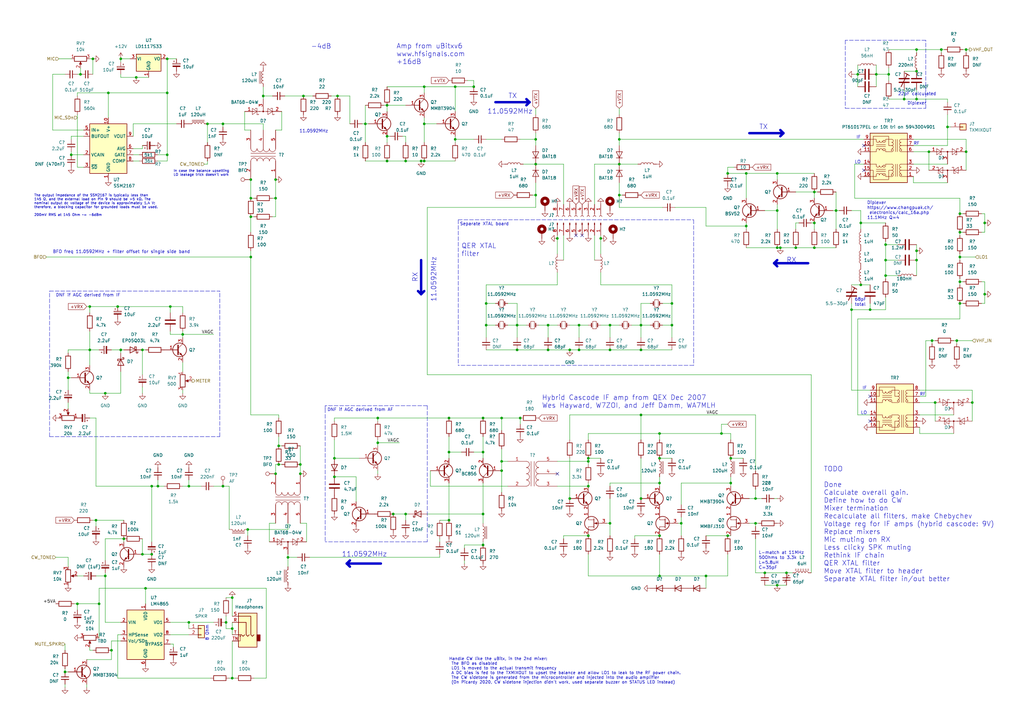
<source format=kicad_sch>
(kicad_sch (version 20211123) (generator eeschema)

  (uuid 0e592cd4-1950-44ef-9727-8e526f4c4e12)

  (paper "A3")

  (title_block
    (title "DART-70 TRX")
    (date "2023-01-22")
    (rev "0")
    (company "HB9EGM")
    (comment 1 "A 4m Band SSB/CW Transceiver")
  )

  

  (junction (at 68.58 24.13) (diameter 0) (color 0 0 0 0)
    (uuid 007433ed-6d80-48ba-9527-0a8470b6050a)
  )
  (junction (at 186.69 57.15) (diameter 0) (color 0 0 0 0)
    (uuid 0079a40d-5664-4eb5-a4a1-35e197c9e578)
  )
  (junction (at 172.72 66.04) (diameter 0) (color 0 0 0 0)
    (uuid 027f19f3-a3d5-4daa-a96e-c5d9a71c1df8)
  )
  (junction (at 158.75 55.88) (diameter 0) (color 0 0 0 0)
    (uuid 02d8bab6-e62a-43d8-ae0a-47eb8be52f66)
  )
  (junction (at 58.42 143.51) (diameter 0) (color 0 0 0 0)
    (uuid 059f4155-bed3-4fb2-9baa-d569f31b7e5d)
  )
  (junction (at 320.04 101.6) (diameter 0) (color 0 0 0 0)
    (uuid 076a6a07-11fa-4191-a538-035a47a6b026)
  )
  (junction (at 199.39 124.46) (diameter 0) (color 0 0 0 0)
    (uuid 08e3fbcd-b24c-43b5-a2a5-3ed606084464)
  )
  (junction (at 95.25 245.11) (diameter 0) (color 0 0 0 0)
    (uuid 0964d962-846f-4609-b657-83d8fae25141)
  )
  (junction (at 375.92 20.32) (diameter 0) (color 0 0 0 0)
    (uuid 0e0e432b-78ea-4677-9624-cfa175a66f05)
  )
  (junction (at 262.89 143.51) (diameter 0) (color 0 0 0 0)
    (uuid 0e565d2a-00bb-4f20-8e2e-0f824e8d2762)
  )
  (junction (at 356.87 127) (diameter 0) (color 0 0 0 0)
    (uuid 0e79f50c-6749-4775-a4f9-1113788b2e6b)
  )
  (junction (at 241.3 189.23) (diameter 0) (color 0 0 0 0)
    (uuid 0f8367d0-e4ea-40ae-8dac-4e16d60a532f)
  )
  (junction (at 298.45 71.12) (diameter 0) (color 0 0 0 0)
    (uuid 1012b60c-7995-4cf6-a029-e4cda1fc26a4)
  )
  (junction (at 318.77 240.03) (diameter 0) (color 0 0 0 0)
    (uuid 173f5655-a774-48b9-985b-3b9523888334)
  )
  (junction (at 39.37 213.36) (diameter 0) (color 0 0 0 0)
    (uuid 1761eacf-5516-4f80-af22-ca5c2f3d7629)
  )
  (junction (at 173.99 50.8) (diameter 0) (color 0 0 0 0)
    (uuid 17a2367e-a2ff-4b57-83ee-9ab25894ec97)
  )
  (junction (at 68.58 38.1) (diameter 0) (color 0 0 0 0)
    (uuid 18381db9-5d7f-4848-9a07-251ba865a202)
  )
  (junction (at 48.26 125.73) (diameter 0) (color 0 0 0 0)
    (uuid 1843d2c0-629c-44e7-8460-03ced60a2111)
  )
  (junction (at 334.01 101.6) (diameter 0) (color 0 0 0 0)
    (uuid 1938c685-27ac-44a9-aab4-2c6ed50b8ec7)
  )
  (junction (at 295.91 177.8) (diameter 0) (color 0 0 0 0)
    (uuid 1a164a1f-45a6-43b7-9b64-349463c23d37)
  )
  (junction (at 166.37 210.82) (diameter 0) (color 0 0 0 0)
    (uuid 1c038126-c738-4381-b698-5c33c4341ae8)
  )
  (junction (at 262.89 204.47) (diameter 0) (color 0 0 0 0)
    (uuid 1de51305-582b-4628-8092-75c3cf54eea0)
  )
  (junction (at 113.03 194.31) (diameter 0) (color 0 0 0 0)
    (uuid 1e5b8adc-bfe4-4d62-8fbb-b09ad198c5b6)
  )
  (junction (at 233.68 143.51) (diameter 0) (color 0 0 0 0)
    (uuid 210630ed-a720-499f-8ec9-3630627e1e05)
  )
  (junction (at 194.31 35.56) (diameter 0) (color 0 0 0 0)
    (uuid 222d63d3-68ff-4a04-b7c3-6efd5c4ab9e1)
  )
  (junction (at 381 62.23) (diameter 0) (color 0 0 0 0)
    (uuid 223b72c8-191b-4d26-8e73-2beb56cb0a2b)
  )
  (junction (at 298.45 219.71) (diameter 0) (color 0 0 0 0)
    (uuid 22f086a0-4e36-4832-8e1e-3bdb65f5c3f2)
  )
  (junction (at 212.09 143.51) (diameter 0) (color 0 0 0 0)
    (uuid 24fd922c-d488-4d61-b6dc-9d3e359ccc82)
  )
  (junction (at 299.72 187.96) (diameter 0) (color 0 0 0 0)
    (uuid 2583e10f-d237-4b6a-a35d-cff26f964496)
  )
  (junction (at 44.45 38.1) (diameter 0) (color 0 0 0 0)
    (uuid 2792ed93-89db-4e51-99ff-281323e776eb)
  )
  (junction (at 43.18 161.29) (diameter 0) (color 0 0 0 0)
    (uuid 2ac61f93-ebdb-4844-a9b1-76718596cd8a)
  )
  (junction (at 158.75 43.18) (diameter 0) (color 0 0 0 0)
    (uuid 2cd3680a-9e9d-4c97-9125-39c64a75e644)
  )
  (junction (at 270.51 198.12) (diameter 0) (color 0 0 0 0)
    (uuid 2d264e2f-7e31-4a17-86c5-13a68ab3ff7e)
  )
  (junction (at 363.22 106.68) (diameter 0) (color 0 0 0 0)
    (uuid 2fd14c3b-7e81-4330-b4b6-7d3b5d88fd5c)
  )
  (junction (at 393.7 115.57) (diameter 0) (color 0 0 0 0)
    (uuid 2fdc7923-56aa-4f0e-b559-e1b2e79c3c8f)
  )
  (junction (at 322.58 234.95) (diameter 0) (color 0 0 0 0)
    (uuid 3083cab8-f38e-44e4-ad6a-7ad5bf540d1f)
  )
  (junction (at 114.3 190.5) (diameter 0) (color 0 0 0 0)
    (uuid 30a877c2-a2d2-45b6-a8fa-8c4567fd5621)
  )
  (junction (at 382.27 139.7) (diameter 0) (color 0 0 0 0)
    (uuid 30dc039a-a902-4295-a2ea-7a00c6153126)
  )
  (junction (at 318.77 71.12) (diameter 0) (color 0 0 0 0)
    (uuid 315201dd-7991-408a-b65b-aa397fb29cdd)
  )
  (junction (at 38.1 24.13) (diameter 0) (color 0 0 0 0)
    (uuid 335263d3-7e35-4a9c-83c2-cd71d45f0688)
  )
  (junction (at 383.54 165.1) (diameter 0) (color 0 0 0 0)
    (uuid 3365c11b-b4a5-418d-85ee-41028926f18a)
  )
  (junction (at 351.79 30.48) (diameter 0) (color 0 0 0 0)
    (uuid 3b4c9779-bcad-4732-8142-8c3ab8d0419f)
  )
  (junction (at 173.99 35.56) (diameter 0) (color 0 0 0 0)
    (uuid 3bd6009a-f48b-4c66-92de-4d24549b4c7d)
  )
  (junction (at 161.29 210.82) (diameter 0) (color 0 0 0 0)
    (uuid 3bf0f30a-4c02-4011-9e56-5268cd9a18bc)
  )
  (junction (at 198.12 171.45) (diameter 0) (color 0 0 0 0)
    (uuid 3e9deac2-8e86-484c-b76a-a334d0715f66)
  )
  (junction (at 403.86 120.65) (diameter 0) (color 0 0 0 0)
    (uuid 3f6ba890-8616-4e68-b9d0-3d4eacc2e5c7)
  )
  (junction (at 375.92 106.68) (diameter 0) (color 0 0 0 0)
    (uuid 3fcecab3-b47b-4a8c-9fb9-b323af94bc6b)
  )
  (junction (at 173.99 66.04) (diameter 0) (color 0 0 0 0)
    (uuid 43c88063-044a-47b7-b010-f3fb76152eec)
  )
  (junction (at 375.92 102.87) (diameter 0) (color 0 0 0 0)
    (uuid 446196fa-4af3-4fe1-9348-f02489c61276)
  )
  (junction (at 199.39 133.35) (diameter 0) (color 0 0 0 0)
    (uuid 460147d8-e4b6-4910-88e9-07d1ddd6c2df)
  )
  (junction (at 219.71 57.15) (diameter 0) (color 0 0 0 0)
    (uuid 485f8372-6f58-431e-9419-bfc90ad67732)
  )
  (junction (at 364.49 30.48) (diameter 0) (color 0 0 0 0)
    (uuid 4b3ba67b-606d-4750-abb9-54a01fd7bc1a)
  )
  (junction (at 212.09 133.35) (diameter 0) (color 0 0 0 0)
    (uuid 4b982f8b-ca29-4ebf-88fc-8a50b24e0802)
  )
  (junction (at 359.41 30.48) (diameter 0) (color 0 0 0 0)
    (uuid 4bcbab50-174d-4a4b-8660-c13a99f4d953)
  )
  (junction (at 375.92 29.21) (diameter 0) (color 0 0 0 0)
    (uuid 4dbafe87-53e2-4b1b-b9d1-f029995a0c51)
  )
  (junction (at 91.44 50.8) (diameter 0) (color 0 0 0 0)
    (uuid 4f100da6-d6f9-4b77-90f1-fda986c2ed73)
  )
  (junction (at 113.03 81.28) (diameter 0) (color 0 0 0 0)
    (uuid 4f661a6f-98d8-4461-9401-113364b1e3a8)
  )
  (junction (at 184.15 213.36) (diameter 0) (color 0 0 0 0)
    (uuid 510aabe6-d19e-45d2-9ee4-74f6d2e6df89)
  )
  (junction (at 393.7 87.63) (diameter 0) (color 0 0 0 0)
    (uuid 56e3e10b-0165-4e27-9816-f40b5bb7e426)
  )
  (junction (at 45.72 266.7) (diameter 0) (color 0 0 0 0)
    (uuid 583a623a-9287-46cf-a94a-71ec7c67c85f)
  )
  (junction (at 275.59 133.35) (diameter 0) (color 0 0 0 0)
    (uuid 5c4341e3-29f4-4014-ad6b-9b4cb50156a6)
  )
  (junction (at 246.38 97.79) (diameter 0) (color 0 0 0 0)
    (uuid 5d58706a-c013-405c-9112-847886006796)
  )
  (junction (at 262.89 133.35) (diameter 0) (color 0 0 0 0)
    (uuid 5dbda758-e74b-4ccf-ad68-495d537d68ba)
  )
  (junction (at 275.59 124.46) (diameter 0) (color 0 0 0 0)
    (uuid 5fc44bfc-3a32-42f5-89ff-303d655beeb1)
  )
  (junction (at 198.12 223.52) (diameter 0) (color 0 0 0 0)
    (uuid 611c0051-64b3-4ff6-b51a-6ea814324060)
  )
  (junction (at 69.85 125.73) (diameter 0) (color 0 0 0 0)
    (uuid 62ed984b-c070-4de1-bd86-30aeb09fb9cd)
  )
  (junction (at 326.39 101.6) (diameter 0) (color 0 0 0 0)
    (uuid 6333a58f-0905-40bf-8806-a9405483f292)
  )
  (junction (at 138.43 39.37) (diameter 0) (color 0 0 0 0)
    (uuid 67d87795-1d4f-4f21-9afa-f7da30e8b867)
  )
  (junction (at 342.9 86.36) (diameter 0) (color 0 0 0 0)
    (uuid 6bdd7ca9-a767-4e33-bf37-498b319fce63)
  )
  (junction (at 102.87 88.9) (diameter 0) (color 0 0 0 0)
    (uuid 6e61ed05-4ce2-4d6e-b300-e8935e213361)
  )
  (junction (at 62.23 227.33) (diameter 0) (color 0 0 0 0)
    (uuid 707b1436-6255-4e74-ac3c-e365f258d4c7)
  )
  (junction (at 270.51 236.22) (diameter 0) (color 0 0 0 0)
    (uuid 711716b4-cb3c-40a8-915f-7a9cd1c1a345)
  )
  (junction (at 306.07 92.71) (diameter 0) (color 0 0 0 0)
    (uuid 71548298-edf3-48ed-bda9-4f920bb3ffda)
  )
  (junction (at 334.01 91.44) (diameter 0) (color 0 0 0 0)
    (uuid 7203aae8-7ab5-4754-be1f-92fd79bf7883)
  )
  (junction (at 254 57.15) (diameter 0) (color 0 0 0 0)
    (uuid 782fd8fa-9fb0-44b6-bdfd-23367a676327)
  )
  (junction (at 299.72 198.12) (diameter 0) (color 0 0 0 0)
    (uuid 79aa4561-3272-488a-aacc-d24a783bf3fa)
  )
  (junction (at 393.7 105.41) (diameter 0) (color 0 0 0 0)
    (uuid 88658da7-484b-4fb1-bd87-cf0fe9fbbc98)
  )
  (junction (at 318.77 86.36) (diameter 0) (color 0 0 0 0)
    (uuid 897a30bd-82ab-4191-9e1c-88c95eb420c0)
  )
  (junction (at 205.74 171.45) (diameter 0) (color 0 0 0 0)
    (uuid 89924c9d-894c-4783-bb98-91fe4fffc426)
  )
  (junction (at 363.22 100.33) (diameter 0) (color 0 0 0 0)
    (uuid 89a0992d-b4b4-4a98-9018-0c3e3ac7c4ed)
  )
  (junction (at 403.86 91.44) (diameter 0) (color 0 0 0 0)
    (uuid 8a030abd-885a-4b15-b74a-b44dc2b6c7d7)
  )
  (junction (at 334.01 78.74) (diameter 0) (color 0 0 0 0)
    (uuid 8cad30c6-cd21-4b04-8aa8-5dfd9876668a)
  )
  (junction (at 370.84 40.64) (diameter 0) (color 0 0 0 0)
    (uuid 8d45f61e-b48a-4d9a-9705-81179d1cee29)
  )
  (junction (at 92.71 255.27) (diameter 0) (color 0 0 0 0)
    (uuid 8d612602-5cc8-45dd-a943-2a29be4b9ede)
  )
  (junction (at 102.87 81.28) (diameter 0) (color 0 0 0 0)
    (uuid 8edc9989-feda-4190-96e8-8ba0ca953891)
  )
  (junction (at 43.18 236.22) (diameter 0) (color 0 0 0 0)
    (uuid 8f57152a-781e-4e8e-b36c-e81f9a864e3b)
  )
  (junction (at 49.53 24.13) (diameter 0) (color 0 0 0 0)
    (uuid 8fd35ceb-d608-4169-ae56-e892681304a9)
  )
  (junction (at 250.19 214.63) (diameter 0) (color 0 0 0 0)
    (uuid 91049a94-ccf8-463e-ab05-8a76a56be653)
  )
  (junction (at 309.88 214.63) (diameter 0) (color 0 0 0 0)
    (uuid 9134413a-edf3-40ce-9ec2-93a536746842)
  )
  (junction (at 205.74 189.23) (diameter 0) (color 0 0 0 0)
    (uuid 94a7e072-a853-4895-a974-0e863ac9edc2)
  )
  (junction (at 113.03 73.66) (diameter 0) (color 0 0 0 0)
    (uuid 9501ad82-8c5c-4bd6-a4e5-d738b7099508)
  )
  (junction (at 224.79 133.35) (diameter 0) (color 0 0 0 0)
    (uuid 9666bb6a-0c1d-4c92-be6d-94a465ec5c51)
  )
  (junction (at 64.77 199.39) (diameter 0) (color 0 0 0 0)
    (uuid 97e09b83-0572-4634-8ce7-0a86f1339fd8)
  )
  (junction (at 107.95 39.37) (diameter 0) (color 0 0 0 0)
    (uuid 983034d1-18ea-4dac-8753-9630cc5e0592)
  )
  (junction (at 386.08 20.32) (diameter 0) (color 0 0 0 0)
    (uuid 9873db56-1f37-4fe2-98ad-60e4c87af40c)
  )
  (junction (at 95.25 257.81) (diameter 0) (color 0 0 0 0)
    (uuid 98a1742d-cc82-4a66-87b4-845a0462a9e4)
  )
  (junction (at 270.51 177.8) (diameter 0) (color 0 0 0 0)
    (uuid 994aaeb0-a945-4297-8f22-64b15ec2470b)
  )
  (junction (at 254 80.01) (diameter 0) (color 0 0 0 0)
    (uuid 99c68e22-79ac-4df3-82ed-69d5274feb54)
  )
  (junction (at 363.22 113.03) (diameter 0) (color 0 0 0 0)
    (uuid 9a438e91-12f1-4003-9587-51635f0ae695)
  )
  (junction (at 219.71 80.01) (diameter 0) (color 0 0 0 0)
    (uuid 9cae7022-94ae-4784-b773-30ffde5822a7)
  )
  (junction (at 102.87 73.66) (diameter 0) (color 0 0 0 0)
    (uuid 9d0f1857-3b05-4e01-b461-94289f64ce4a)
  )
  (junction (at 123.19 194.31) (diameter 0) (color 0 0 0 0)
    (uuid 9d1032f1-04b7-4a45-a406-c5f306a5a4a3)
  )
  (junction (at 393.7 95.25) (diameter 0) (color 0 0 0 0)
    (uuid a4615cb6-40e1-4e6b-aa44-484a7357f4a4)
  )
  (junction (at 198.12 185.42) (diameter 0) (color 0 0 0 0)
    (uuid a4ec02e9-e140-4dcc-958f-47f7624526cb)
  )
  (junction (at 36.83 125.73) (diameter 0) (color 0 0 0 0)
    (uuid a65cad0c-0ef1-4ea5-a965-4eae7ac1f6af)
  )
  (junction (at 31.75 247.65) (diameter 0) (color 0 0 0 0)
    (uuid a69f72c8-ce0f-4293-bf44-c6832495c836)
  )
  (junction (at 77.47 199.39) (diameter 0) (color 0 0 0 0)
    (uuid a7cad282-51c3-4f24-be5e-311c2c5e959b)
  )
  (junction (at 26.67 275.59) (diameter 0) (color 0 0 0 0)
    (uuid a81b6768-8ab7-4398-923e-af4751f24292)
  )
  (junction (at 137.16 195.58) (diameter 0) (color 0 0 0 0)
    (uuid a8675aa5-24f4-4a65-9564-259800e24a61)
  )
  (junction (at 228.6 97.79) (diameter 0) (color 0 0 0 0)
    (uuid aa537d78-628c-458e-8a08-c2dae82aca82)
  )
  (junction (at 318.77 101.6) (diameter 0) (color 0 0 0 0)
    (uuid aad5fe2f-2964-4c2f-90b5-8ec10e02fb70)
  )
  (junction (at 158.75 66.04) (diameter 0) (color 0 0 0 0)
    (uuid ab5a5163-9113-4726-bc7a-7e25f5bcb137)
  )
  (junction (at 27.94 154.94) (diameter 0) (color 0 0 0 0)
    (uuid ac0e5582-f44c-4bc2-8ae7-2c3f1115fb00)
  )
  (junction (at 33.02 30.48) (diameter 0) (color 0 0 0 0)
    (uuid ad2d033c-4040-4813-b5da-82cf827f9d86)
  )
  (junction (at 237.49 133.35) (diameter 0) (color 0 0 0 0)
    (uuid ad485fa9-ca4c-467a-b6d9-302ae2ec4eaa)
  )
  (junction (at 91.44 199.39) (diameter 0) (color 0 0 0 0)
    (uuid ae4c18cc-90ed-4d31-b27a-ee22bf49a14e)
  )
  (junction (at 237.49 143.51) (diameter 0) (color 0 0 0 0)
    (uuid aed41e50-066a-4d5d-9b35-33c86a58f817)
  )
  (junction (at 309.88 204.47) (diameter 0) (color 0 0 0 0)
    (uuid b046cbfe-7bd9-4ac8-9c60-a84b90a07076)
  )
  (junction (at 198.12 210.82) (diameter 0) (color 0 0 0 0)
    (uuid b0bd599f-5320-4de4-9844-b1248597f45d)
  )
  (junction (at 59.69 241.3) (diameter 0) (color 0 0 0 0)
    (uuid b2c93e47-1b35-4bce-b217-c95c59af9fea)
  )
  (junction (at 102.87 105.41) (diameter 0) (color 0 0 0 0)
    (uuid b2fc5a98-a9c8-4ffb-bf05-9a95788a6f6e)
  )
  (junction (at 154.94 181.61) (diameter 0) (color 0 0 0 0)
    (uuid b52e2ac1-1ad4-4299-a3b7-5950aeda9b09)
  )
  (junction (at 219.71 67.31) (diameter 0) (color 0 0 0 0)
    (uuid b55942a4-2e67-4c91-a2e2-17d287af1b39)
  )
  (junction (at 58.42 227.33) (diameter 0) (color 0 0 0 0)
    (uuid b67c5032-3958-4f67-8cff-2bc749aa2559)
  )
  (junction (at 68.58 63.5) (diameter 0) (color 0 0 0 0)
    (uuid b6a3e709-356a-4a55-ac00-07ba73afac37)
  )
  (junction (at 313.69 234.95) (diameter 0) (color 0 0 0 0)
    (uuid b7b0b83f-2dad-41a6-8e3b-dd0617021680)
  )
  (junction (at 233.68 204.47) (diameter 0) (color 0 0 0 0)
    (uuid bb8fc86a-138e-468d-a6f3-4d425bea2798)
  )
  (junction (at 241.3 199.39) (diameter 0) (color 0 0 0 0)
    (uuid bcb7b50e-e30b-4748-9ad3-15fd19268fd8)
  )
  (junction (at 270.51 187.96) (diameter 0) (color 0 0 0 0)
    (uuid bdd38f4a-d1f5-49ea-86a0-7074369f7406)
  )
  (junction (at 40.64 247.65) (diameter 0) (color 0 0 0 0)
    (uuid beaa9122-a0f4-4e99-96b3-048878d69672)
  )
  (junction (at 101.6 217.17) (diameter 0) (color 0 0 0 0)
    (uuid bf1cf86a-4cef-455a-b67c-093dbb9970e5)
  )
  (junction (at 95.25 278.13) (diameter 0) (color 0 0 0 0)
    (uuid bff74fb8-2e53-4140-9d30-8bb9b336dda4)
  )
  (junction (at 50.8 220.98) (diameter 0) (color 0 0 0 0)
    (uuid c07980be-125c-4459-be81-f2b8371f5ae2)
  )
  (junction (at 205.74 193.04) (diameter 0) (color 0 0 0 0)
    (uuid c41a688f-80a3-4252-bb37-134631846db3)
  )
  (junction (at 250.19 143.51) (diameter 0) (color 0 0 0 0)
    (uuid c8816f2b-d043-4f02-8988-815e5e7435ee)
  )
  (junction (at 118.11 228.6) (diameter 0) (color 0 0 0 0)
    (uuid c8c4fbfe-4e9c-445d-882a-7f1bac80adc8)
  )
  (junction (at 250.19 133.35) (diameter 0) (color 0 0 0 0)
    (uuid ca2ddb3d-eff7-4148-ac57-d5c14ba8be31)
  )
  (junction (at 55.88 31.75) (diameter 0) (color 0 0 0 0)
    (uuid ca3e4813-ee52-41fc-be54-f33d5d572e76)
  )
  (junction (at 393.7 124.46) (diameter 0) (color 0 0 0 0)
    (uuid ca5a4e59-a0d9-41f3-a4f9-8e9003dc636c)
  )
  (junction (at 241.3 187.96) (diameter 0) (color 0 0 0 0)
    (uuid cf4a7a0f-4b62-4a14-8810-1f9be9bb8bca)
  )
  (junction (at 375.92 40.64) (diameter 0) (color 0 0 0 0)
    (uuid cfd26f0b-c959-40e8-8a7e-48204bb5c64f)
  )
  (junction (at 224.79 143.51) (diameter 0) (color 0 0 0 0)
    (uuid d3e01bdf-5c14-407f-80a1-1d934fc04fab)
  )
  (junction (at 149.86 50.8) (diameter 0) (color 0 0 0 0)
    (uuid d46cfddd-ae59-45a8-a05e-501b77d91351)
  )
  (junction (at 124.46 39.37) (diameter 0) (color 0 0 0 0)
    (uuid d47b6e93-2883-4b61-9107-b49e482eb126)
  )
  (junction (at 270.51 219.71) (diameter 0) (color 0 0 0 0)
    (uuid d5fa5081-044e-4305-8f5d-d2a56bf86d29)
  )
  (junction (at 77.47 255.27) (diameter 0) (color 0 0 0 0)
    (uuid d6fda246-3399-48cd-8a06-99bbdf8c75e4)
  )
  (junction (at 241.3 219.71) (diameter 0) (color 0 0 0 0)
    (uuid d703d54e-2823-4563-98c8-59d8b8b54fec)
  )
  (junction (at 166.37 66.04) (diameter 0) (color 0 0 0 0)
    (uuid d774c163-0e71-4e59-99e8-33a6c910c00d)
  )
  (junction (at 62.23 199.39) (diameter 0) (color 0 0 0 0)
    (uuid d7d4c350-2318-4a09-b921-0a78963f6666)
  )
  (junction (at 254 67.31) (diameter 0) (color 0 0 0 0)
    (uuid d964cb21-9482-4b14-9981-964030a476a5)
  )
  (junction (at 396.24 62.23) (diameter 0) (color 0 0 0 0)
    (uuid daa9b5c5-21a2-4482-b81a-69bb9f749fb7)
  )
  (junction (at 186.69 35.56) (diameter 0) (color 0 0 0 0)
    (uuid dcdfeb28-863e-4a43-ad64-f6e45863b4d7)
  )
  (junction (at 213.36 171.45) (diameter 0) (color 0 0 0 0)
    (uuid ddaaa428-40ee-45ee-a789-6961e25a11bb)
  )
  (junction (at 392.43 139.7) (diameter 0) (color 0 0 0 0)
    (uuid de1eb50d-ef90-4d0d-a112-fc865a422b99)
  )
  (junction (at 289.56 236.22) (diameter 0) (color 0 0 0 0)
    (uuid df231e82-dc0c-49c1-a01b-d2be84591ff3)
  )
  (junction (at 396.24 20.32) (diameter 0) (color 0 0 0 0)
    (uuid e2d27bd1-d4c5-4321-a13b-160cb2d6015d)
  )
  (junction (at 49.53 143.51) (diameter 0) (color 0 0 0 0)
    (uuid e3903eeb-8b72-4b40-a088-cbbba270c01b)
  )
  (junction (at 388.62 52.07) (diameter 0) (color 0 0 0 0)
    (uuid e400ec51-127f-4d35-8266-a128752739ea)
  )
  (junction (at 184.15 171.45) (diameter 0) (color 0 0 0 0)
    (uuid e68e2295-e5ad-41e7-931d-7bf2c40e2981)
  )
  (junction (at 279.4 214.63) (diameter 0) (color 0 0 0 0)
    (uuid e736b041-4756-4726-980f-1b93cf00a2ad)
  )
  (junction (at 74.93 137.16) (diameter 0) (color 0 0 0 0)
    (uuid e8558fbd-ea42-43a6-966a-7bd304bdfaad)
  )
  (junction (at 353.06 91.44) (diameter 0) (color 0 0 0 0)
    (uuid e8822f44-e7ca-47f3-a9bc-951244c889e7)
  )
  (junction (at 36.83 143.51) (diameter 0) (color 0 0 0 0)
    (uuid eac540a2-0555-4530-b9cb-9b037a65c0a7)
  )
  (junction (at 114.3 182.88) (diameter 0) (color 0 0 0 0)
    (uuid eb3c65f0-3082-4c13-98c1-cac8dc7eccac)
  )
  (junction (at 137.16 187.96) (diameter 0) (color 0 0 0 0)
    (uuid ecba702e-9fb5-4bd7-9b08-5197492ec54b)
  )
  (junction (at 349.25 127) (diameter 0) (color 0 0 0 0)
    (uuid ef4c798c-4721-49f1-8016-e362a6672715)
  )
  (junction (at 398.78 165.1) (diameter 0) (color 0 0 0 0)
    (uuid efac21da-3f93-4ae4-bab8-dbdec293c35e)
  )
  (junction (at 306.07 71.12) (diameter 0) (color 0 0 0 0)
    (uuid f02e930f-fe1a-4921-a9df-ee330f41d2bd)
  )
  (junction (at 154.94 171.45) (diameter 0) (color 0 0 0 0)
    (uuid f1a9e2a2-6347-4852-b335-cf8402c433a4)
  )
  (junction (at 353.06 116.84) (diameter 0) (color 0 0 0 0)
    (uuid f22dadd7-4a1b-4449-b981-cbbeced9fbc5)
  )
  (junction (at 85.09 50.8) (diameter 0) (color 0 0 0 0)
    (uuid f9362574-7797-4e6e-9765-e515232ee831)
  )
  (junction (at 184.15 185.42) (diameter 0) (color 0 0 0 0)
    (uuid fb5d1a59-18d1-49ea-b504-10e76cce8897)
  )
  (junction (at 123.19 190.5) (diameter 0) (color 0 0 0 0)
    (uuid fbe71f6a-7e5a-41f1-9e6e-b2e94d49a3bc)
  )
  (junction (at 29.21 63.5) (diameter 0) (color 0 0 0 0)
    (uuid fe2b05f5-675b-44d0-956c-c5829b7c692a)
  )
  (junction (at 262.89 170.18) (diameter 0) (color 0 0 0 0)
    (uuid fe2ce942-d4c5-4b3f-a09e-cda9276450f6)
  )

  (no_connect (at 356.87 172.72) (uuid 112718f1-f222-4c50-a4f0-a42dabd066b7))
  (no_connect (at 236.22 96.52) (uuid 2b99a1e6-5f67-436f-9ed5-38e8bfd4c142))
  (no_connect (at 354.33 69.85) (uuid 36cd8509-4b06-4001-aa2f-00b548cb4477))
  (no_connect (at 354.33 59.69) (uuid 6226f2ac-b9bf-4733-a388-cd49aa6934ae))
  (no_connect (at 356.87 162.56) (uuid 69a2fbd1-0689-4722-b099-d7d4b3a2c805))
  (no_connect (at 228.6 194.31) (uuid afdb3662-3196-4d9d-b0e8-7f416bb5cd4f))
  (no_connect (at 238.76 96.52) (uuid ee08a6c2-528a-478b-9089-08fe9a37ec7e))

  (wire (pts (xy 403.86 87.63) (xy 403.86 91.44))
    (stroke (width 0) (type default) (color 0 0 0 0))
    (uuid 006436ec-9ab2-4589-83be-4667e52db3bf)
  )
  (wire (pts (xy 205.74 171.45) (xy 205.74 176.53))
    (stroke (width 0) (type default) (color 0 0 0 0))
    (uuid 00c27d59-c437-4bee-9cde-cbd48a34e31b)
  )
  (wire (pts (xy 318.77 83.82) (xy 318.77 86.36))
    (stroke (width 0) (type default) (color 0 0 0 0))
    (uuid 00cf6024-5820-4cff-8981-5be2b438caf3)
  )
  (wire (pts (xy 87.63 199.39) (xy 91.44 199.39))
    (stroke (width 0) (type default) (color 0 0 0 0))
    (uuid 0113fe75-9787-49bd-865f-03242ce2a366)
  )
  (wire (pts (xy 219.71 57.15) (xy 219.71 54.61))
    (stroke (width 0) (type default) (color 0 0 0 0))
    (uuid 0125f083-fa2b-4a11-85be-7853b609b001)
  )
  (wire (pts (xy 359.41 30.48) (xy 359.41 35.56))
    (stroke (width 0) (type default) (color 0 0 0 0))
    (uuid 01c67c04-8ed4-481b-b382-ac69e0a55001)
  )
  (wire (pts (xy 68.58 66.04) (xy 64.77 66.04))
    (stroke (width 0) (type default) (color 0 0 0 0))
    (uuid 01caafb3-af8a-4642-870c-c290b286d040)
  )
  (wire (pts (xy 219.71 74.93) (xy 219.71 80.01))
    (stroke (width 0) (type default) (color 0 0 0 0))
    (uuid 01cceb30-c85f-4510-b324-8d17341fc730)
  )
  (wire (pts (xy 166.37 43.18) (xy 158.75 43.18))
    (stroke (width 0) (type default) (color 0 0 0 0))
    (uuid 01f0181c-303d-46c7-ba34-20eee1c48cd1)
  )
  (wire (pts (xy 173.99 50.8) (xy 179.07 50.8))
    (stroke (width 0) (type default) (color 0 0 0 0))
    (uuid 0222c276-ce98-44cf-9ac7-d0d00163570d)
  )
  (wire (pts (xy 190.5 231.14) (xy 190.5 229.87))
    (stroke (width 0) (type default) (color 0 0 0 0))
    (uuid 027fc545-8a42-4646-8424-467711418116)
  )
  (wire (pts (xy 114.3 170.18) (xy 114.3 171.45))
    (stroke (width 0) (type default) (color 0 0 0 0))
    (uuid 0332aa97-cadc-4e7a-b8af-ca59e255597d)
  )
  (wire (pts (xy 173.99 66.04) (xy 186.69 66.04))
    (stroke (width 0) (type default) (color 0 0 0 0))
    (uuid 035d062f-f875-4853-8ca1-a348c3967bb1)
  )
  (wire (pts (xy 113.03 214.63) (xy 110.49 214.63))
    (stroke (width 0) (type default) (color 0 0 0 0))
    (uuid 03b7756f-0559-43eb-b24d-3aefa5a15899)
  )
  (wire (pts (xy 394.97 20.32) (xy 396.24 20.32))
    (stroke (width 0) (type default) (color 0 0 0 0))
    (uuid 03ce6745-00b2-4d2b-bad7-eb9745172859)
  )
  (wire (pts (xy 166.37 210.82) (xy 161.29 210.82))
    (stroke (width 0) (type default) (color 0 0 0 0))
    (uuid 03dd13e2-d89f-47ed-8a2f-ce75e7a97ef3)
  )
  (wire (pts (xy 262.89 133.35) (xy 266.7 133.35))
    (stroke (width 0) (type default) (color 0 0 0 0))
    (uuid 042fe62b-53aa-4e86-97d0-9ccb1e16a895)
  )
  (wire (pts (xy 379.73 139.7) (xy 382.27 139.7))
    (stroke (width 0) (type default) (color 0 0 0 0))
    (uuid 0437af13-5b81-4e18-82d5-0ec28c5d895f)
  )
  (wire (pts (xy 374.65 74.93) (xy 374.65 72.39))
    (stroke (width 0) (type default) (color 0 0 0 0))
    (uuid 047a18ce-9e77-4d7d-a9ce-60b21f671177)
  )
  (wire (pts (xy 31.75 68.58) (xy 34.29 68.58))
    (stroke (width 0) (type default) (color 0 0 0 0))
    (uuid 04868f85-bc69-4fa9-8e62-d78ffe5ae58e)
  )
  (wire (pts (xy 38.1 266.7) (xy 36.83 266.7))
    (stroke (width 0) (type default) (color 0 0 0 0))
    (uuid 049bc167-7861-4f83-a9e9-3c707dd00017)
  )
  (wire (pts (xy 396.24 20.32) (xy 397.51 20.32))
    (stroke (width 0) (type default) (color 0 0 0 0))
    (uuid 04ef368b-f4e9-48da-956c-ee93cb3d01e8)
  )
  (wire (pts (xy 363.22 106.68) (xy 363.22 113.03))
    (stroke (width 0) (type default) (color 0 0 0 0))
    (uuid 05ddadd4-94df-4d6a-b500-ff320675ba33)
  )
  (wire (pts (xy 241.3 227.33) (xy 241.3 236.22))
    (stroke (width 0) (type default) (color 0 0 0 0))
    (uuid 066671d9-1fdf-4a05-a7e7-cadb7d44b89f)
  )
  (wire (pts (xy 356.87 124.46) (xy 356.87 127))
    (stroke (width 0) (type default) (color 0 0 0 0))
    (uuid 06fedb5b-65dd-4aa0-9e2d-b04e5a505f26)
  )
  (wire (pts (xy 208.28 124.46) (xy 212.09 124.46))
    (stroke (width 0) (type default) (color 0 0 0 0))
    (uuid 082d865b-0a4e-49c3-b18b-be47fd4a465a)
  )
  (wire (pts (xy 382.27 139.7) (xy 383.54 139.7))
    (stroke (width 0) (type default) (color 0 0 0 0))
    (uuid 0830aef1-c986-42f8-ba6a-a3fcacbf0210)
  )
  (wire (pts (xy 309.88 234.95) (xy 309.88 220.98))
    (stroke (width 0) (type default) (color 0 0 0 0))
    (uuid 08c8f1b4-737d-438b-967e-a77cce3833c0)
  )
  (wire (pts (xy 58.42 143.51) (xy 58.42 153.67))
    (stroke (width 0) (type default) (color 0 0 0 0))
    (uuid 09321bf4-1ea1-49b5-b1f9-ac29d6606a74)
  )
  (wire (pts (xy 173.99 35.56) (xy 186.69 35.56))
    (stroke (width 0) (type default) (color 0 0 0 0))
    (uuid 0943dfff-08fd-4176-a97a-8e271f47b148)
  )
  (wire (pts (xy 393.7 105.41) (xy 393.7 104.14))
    (stroke (width 0) (type default) (color 0 0 0 0))
    (uuid 09aa0d32-f4dc-42fd-a756-e1229737bd34)
  )
  (wire (pts (xy 289.56 236.22) (xy 289.56 241.3))
    (stroke (width 0) (type default) (color 0 0 0 0))
    (uuid 0a0c053c-54e0-4f14-b909-036d0c5fbf08)
  )
  (wire (pts (xy 158.75 43.18) (xy 158.75 45.72))
    (stroke (width 0) (type default) (color 0 0 0 0))
    (uuid 0a80373e-7854-41a7-8441-30fd81967887)
  )
  (wire (pts (xy 254 74.93) (xy 254 80.01))
    (stroke (width 0) (type default) (color 0 0 0 0))
    (uuid 0a9f993d-d83a-4cdc-bae3-0f40dd545220)
  )
  (wire (pts (xy 279.4 198.12) (xy 299.72 198.12))
    (stroke (width 0) (type default) (color 0 0 0 0))
    (uuid 0b5e9f79-a50b-4078-b2be-eff1d45ab7fc)
  )
  (wire (pts (xy 219.71 80.01) (xy 219.71 85.09))
    (stroke (width 0) (type default) (color 0 0 0 0))
    (uuid 0c3bb475-57a3-4465-801b-1823c9a733cc)
  )
  (wire (pts (xy 309.88 234.95) (xy 313.69 234.95))
    (stroke (width 0) (type default) (color 0 0 0 0))
    (uuid 0dc79dd3-c584-4173-b914-e6a8bcd18e45)
  )
  (wire (pts (xy 36.83 135.89) (xy 36.83 143.51))
    (stroke (width 0) (type default) (color 0 0 0 0))
    (uuid 0e1c6bbc-4cc4-4ce9-b48a-8292bb286da8)
  )
  (wire (pts (xy 246.38 97.79) (xy 246.38 96.52))
    (stroke (width 0) (type default) (color 0 0 0 0))
    (uuid 0f4b5c7f-79aa-4c46-b222-58e7e288b195)
  )
  (wire (pts (xy 33.02 27.94) (xy 33.02 30.48))
    (stroke (width 0) (type default) (color 0 0 0 0))
    (uuid 100847e3-630c-4c13-ba45-180e92370805)
  )
  (wire (pts (xy 318.77 71.12) (xy 318.77 73.66))
    (stroke (width 0) (type default) (color 0 0 0 0))
    (uuid 10ef0d40-b427-4fac-bff7-e8ca2d279fd2)
  )
  (wire (pts (xy 166.37 66.04) (xy 172.72 66.04))
    (stroke (width 0) (type default) (color 0 0 0 0))
    (uuid 11ac1ac8-72b6-43ed-915e-50f87561daf8)
  )
  (wire (pts (xy 107.95 50.8) (xy 91.44 50.8))
    (stroke (width 0) (type default) (color 0 0 0 0))
    (uuid 12340fb8-cd9c-4069-beec-13d4d2ea0d99)
  )
  (polyline (pts (xy 307.34 54.61) (xy 321.31 54.61))
    (stroke (width 1) (type solid) (color 0 0 0 0))
    (uuid 1281d63b-9c8c-4454-9b2d-0bbbc27e2ae7)
  )

  (wire (pts (xy 44.45 38.1) (xy 68.58 38.1))
    (stroke (width 0) (type default) (color 0 0 0 0))
    (uuid 12e17856-cd8c-41a8-bb2e-9faca10b0973)
  )
  (wire (pts (xy 393.7 130.81) (xy 351.79 130.81))
    (stroke (width 0) (type default) (color 0 0 0 0))
    (uuid 15352954-5a6d-4167-94e3-a8475b279783)
  )
  (wire (pts (xy 43.18 234.95) (xy 43.18 236.22))
    (stroke (width 0) (type default) (color 0 0 0 0))
    (uuid 15e1025c-faeb-49ff-aaa3-6ba9acaabd98)
  )
  (wire (pts (xy 137.16 172.72) (xy 137.16 171.45))
    (stroke (width 0) (type default) (color 0 0 0 0))
    (uuid 1606d99f-0508-4f2e-b63b-47e62c4312ee)
  )
  (wire (pts (xy 386.08 21.59) (xy 386.08 20.32))
    (stroke (width 0) (type default) (color 0 0 0 0))
    (uuid 16070e3c-2cc9-4d09-bef3-8ceccb63947e)
  )
  (wire (pts (xy 36.83 125.73) (xy 36.83 128.27))
    (stroke (width 0) (type default) (color 0 0 0 0))
    (uuid 16aa2316-1a67-45e5-b6c4-e59dd85814f4)
  )
  (wire (pts (xy 334.01 71.12) (xy 318.77 71.12))
    (stroke (width 0) (type default) (color 0 0 0 0))
    (uuid 16b8184d-4364-4664-b33c-1e355c0b0e6c)
  )
  (wire (pts (xy 298.45 68.58) (xy 298.45 71.12))
    (stroke (width 0) (type default) (color 0 0 0 0))
    (uuid 171c47c2-e63c-45a5-b02c-078b78214786)
  )
  (wire (pts (xy 115.57 182.88) (xy 114.3 182.88))
    (stroke (width 0) (type default) (color 0 0 0 0))
    (uuid 17c93850-5ebd-4f0d-b8eb-52bf14b01af4)
  )
  (wire (pts (xy 186.69 35.56) (xy 194.31 35.56))
    (stroke (width 0) (type default) (color 0 0 0 0))
    (uuid 18723066-b973-43bf-8bbf-4c210121a928)
  )
  (wire (pts (xy 334.01 78.74) (xy 334.01 81.28))
    (stroke (width 0) (type default) (color 0 0 0 0))
    (uuid 189610aa-2967-4418-8b8b-b36bdf6bc60b)
  )
  (wire (pts (xy 375.92 100.33) (xy 375.92 102.87))
    (stroke (width 0) (type default) (color 0 0 0 0))
    (uuid 19028db1-670b-4d84-9d20-5aa2f8585dd7)
  )
  (wire (pts (xy 342.9 101.6) (xy 334.01 101.6))
    (stroke (width 0) (type default) (color 0 0 0 0))
    (uuid 1966977a-39df-4890-91de-0e8ae767b0a0)
  )
  (wire (pts (xy 186.69 57.15) (xy 194.31 57.15))
    (stroke (width 0) (type default) (color 0 0 0 0))
    (uuid 19a56892-f9d5-4508-ab75-59721c555275)
  )
  (wire (pts (xy 26.67 281.94) (xy 26.67 280.67))
    (stroke (width 0) (type default) (color 0 0 0 0))
    (uuid 1a85ffd6-ef8b-418f-990e-456d1ffab00e)
  )
  (wire (pts (xy 326.39 101.6) (xy 320.04 101.6))
    (stroke (width 0) (type default) (color 0 0 0 0))
    (uuid 1a86e987-6d08-4b7a-b2e3-f89b9863e895)
  )
  (wire (pts (xy 146.05 195.58) (xy 146.05 205.74))
    (stroke (width 0) (type default) (color 0 0 0 0))
    (uuid 1a9613ab-fb34-4a02-8365-aadaa421dfaf)
  )
  (wire (pts (xy 27.94 143.51) (xy 36.83 143.51))
    (stroke (width 0) (type default) (color 0 0 0 0))
    (uuid 1a9f0d73-6986-450b-8da5-dca8d718cd0d)
  )
  (wire (pts (xy 375.92 20.32) (xy 386.08 20.32))
    (stroke (width 0) (type default) (color 0 0 0 0))
    (uuid 1b89864d-e042-4259-99ab-c96136a33a11)
  )
  (wire (pts (xy 350.52 67.31) (xy 350.52 81.28))
    (stroke (width 0) (type default) (color 0 0 0 0))
    (uuid 1c0378fb-8fa4-4942-8a64-86b9252ef636)
  )
  (wire (pts (xy 262.89 143.51) (xy 275.59 143.51))
    (stroke (width 0) (type default) (color 0 0 0 0))
    (uuid 1d8cbdb8-b0d5-4f06-84c8-05770b7e9555)
  )
  (wire (pts (xy 219.71 59.69) (xy 219.71 57.15))
    (stroke (width 0) (type default) (color 0 0 0 0))
    (uuid 1dbe419a-f71e-4ab5-9a49-e58e75747fdf)
  )
  (wire (pts (xy 118.11 217.17) (xy 101.6 217.17))
    (stroke (width 0) (type default) (color 0 0 0 0))
    (uuid 1dc9a7fa-415c-4243-97fb-46b0d627e89d)
  )
  (wire (pts (xy 137.16 171.45) (xy 154.94 171.45))
    (stroke (width 0) (type default) (color 0 0 0 0))
    (uuid 1ddbded3-4d65-49ba-8123-18c72e4b7f4a)
  )
  (wire (pts (xy 363.22 113.03) (xy 363.22 114.3))
    (stroke (width 0) (type default) (color 0 0 0 0))
    (uuid 1e2c0cdd-08a6-4586-b370-3ffc74205845)
  )
  (wire (pts (xy 158.75 66.04) (xy 166.37 66.04))
    (stroke (width 0) (type default) (color 0 0 0 0))
    (uuid 1f1052c4-d15a-450f-8bb0-3cc3f3592607)
  )
  (wire (pts (xy 250.19 204.47) (xy 250.19 214.63))
    (stroke (width 0) (type default) (color 0 0 0 0))
    (uuid 1f1c22b1-15a3-4e28-88a5-25ba2fbef197)
  )
  (wire (pts (xy 212.09 124.46) (xy 212.09 133.35))
    (stroke (width 0) (type default) (color 0 0 0 0))
    (uuid 1fd73780-e017-4e2c-9674-56cb6f09dc2d)
  )
  (wire (pts (xy 246.38 116.84) (xy 275.59 116.84))
    (stroke (width 0) (type default) (color 0 0 0 0))
    (uuid 2163a967-be2d-4344-a94d-f1b8da3dc3a3)
  )
  (wire (pts (xy 396.24 57.15) (xy 396.24 62.23))
    (stroke (width 0) (type default) (color 0 0 0 0))
    (uuid 2171e051-2b1c-4df3-9987-bb0d428437aa)
  )
  (wire (pts (xy 53.34 24.13) (xy 49.53 24.13))
    (stroke (width 0) (type default) (color 0 0 0 0))
    (uuid 219ed590-c887-4a37-b8cf-2c9225c6d07e)
  )
  (wire (pts (xy 69.85 135.89) (xy 69.85 137.16))
    (stroke (width 0) (type default) (color 0 0 0 0))
    (uuid 22591446-6d82-47ac-b525-9e9deb496c8c)
  )
  (wire (pts (xy 26.67 264.16) (xy 26.67 266.7))
    (stroke (width 0) (type default) (color 0 0 0 0))
    (uuid 226f524c-89b4-46ed-86fd-c8ea41059fd4)
  )
  (wire (pts (xy 137.16 180.34) (xy 137.16 187.96))
    (stroke (width 0) (type default) (color 0 0 0 0))
    (uuid 231e5ae4-1791-4485-9a32-a64456488009)
  )
  (wire (pts (xy 111.76 88.9) (xy 113.03 88.9))
    (stroke (width 0) (type default) (color 0 0 0 0))
    (uuid 233c88a4-9a5e-42af-96fb-5079a0c4ddfe)
  )
  (wire (pts (xy 388.62 52.07) (xy 389.89 52.07))
    (stroke (width 0) (type default) (color 0 0 0 0))
    (uuid 2382b3d3-a5b1-4670-af09-57db01bdbab7)
  )
  (wire (pts (xy 241.3 189.23) (xy 241.3 187.96))
    (stroke (width 0) (type default) (color 0 0 0 0))
    (uuid 25347fbb-8744-4d15-9949-de9866144f81)
  )
  (wire (pts (xy 270.51 177.8) (xy 241.3 177.8))
    (stroke (width 0) (type default) (color 0 0 0 0))
    (uuid 2556849b-244d-40cf-86de-101d00a3273d)
  )
  (wire (pts (xy 275.59 187.96) (xy 270.51 187.96))
    (stroke (width 0) (type default) (color 0 0 0 0))
    (uuid 25b40549-5004-4a9f-8c83-45a4561f2c44)
  )
  (wire (pts (xy 39.37 213.36) (xy 50.8 213.36))
    (stroke (width 0) (type default) (color 0 0 0 0))
    (uuid 268a679e-e023-47f5-8a31-2516b1c23479)
  )
  (wire (pts (xy 295.91 173.99) (xy 295.91 177.8))
    (stroke (width 0) (type default) (color 0 0 0 0))
    (uuid 27937394-9bb7-48f6-a154-02c32eca1c67)
  )
  (wire (pts (xy 342.9 78.74) (xy 342.9 86.36))
    (stroke (width 0) (type default) (color 0 0 0 0))
    (uuid 2812f45e-ebd6-42bd-b5eb-ed95214eca8f)
  )
  (wire (pts (xy 198.12 198.12) (xy 198.12 210.82))
    (stroke (width 0) (type default) (color 0 0 0 0))
    (uuid 287f053d-d517-4f77-a833-8d255e7a9f3f)
  )
  (wire (pts (xy 31.75 247.65) (xy 40.64 247.65))
    (stroke (width 0) (type default) (color 0 0 0 0))
    (uuid 29b8b23a-e7ee-4dc9-92e7-c3cadb119379)
  )
  (wire (pts (xy 335.28 78.74) (xy 334.01 78.74))
    (stroke (width 0) (type default) (color 0 0 0 0))
    (uuid 2a3e52a2-02c1-4de1-bbee-f4f094c5cf5c)
  )
  (wire (pts (xy 205.74 189.23) (xy 205.74 193.04))
    (stroke (width 0) (type default) (color 0 0 0 0))
    (uuid 2a63233b-a7a2-4c59-82c8-58a12efecada)
  )
  (wire (pts (xy 250.19 214.63) (xy 248.92 214.63))
    (stroke (width 0) (type default) (color 0 0 0 0))
    (uuid 2afd810b-02fc-4ddc-b23c-b8689ad0ab1d)
  )
  (wire (pts (xy 34.29 55.88) (xy 29.21 55.88))
    (stroke (width 0) (type default) (color 0 0 0 0))
    (uuid 2b878984-ad62-40d5-87be-d30f465ae2b3)
  )
  (wire (pts (xy 74.93 152.4) (xy 74.93 148.59))
    (stroke (width 0) (type default) (color 0 0 0 0))
    (uuid 2b894b8a-c098-4d9d-be0f-2ef41dea274e)
  )
  (wire (pts (xy 266.7 124.46) (xy 262.89 124.46))
    (stroke (width 0) (type default) (color 0 0 0 0))
    (uuid 2ba6a5e2-be81-4fda-a558-a7c1489b8584)
  )
  (wire (pts (xy 228.6 97.79) (xy 228.6 104.14))
    (stroke (width 0) (type default) (color 0 0 0 0))
    (uuid 2bb91631-ebd1-41f4-8f02-7d20cea9a1ea)
  )
  (wire (pts (xy 118.11 228.6) (xy 118.11 227.33))
    (stroke (width 0) (type default) (color 0 0 0 0))
    (uuid 2bc9d2d9-93de-4c12-bc6b-86b8c29f0aa6)
  )
  (wire (pts (xy 349.25 160.02) (xy 349.25 127))
    (stroke (width 0) (type default) (color 0 0 0 0))
    (uuid 2dcb67f4-c872-4b2a-956a-523605159edb)
  )
  (wire (pts (xy 128.27 39.37) (xy 124.46 39.37))
    (stroke (width 0) (type default) (color 0 0 0 0))
    (uuid 2e63a8de-ed51-4777-8337-472b5b4f8240)
  )
  (wire (pts (xy 275.59 138.43) (xy 275.59 133.35))
    (stroke (width 0) (type default) (color 0 0 0 0))
    (uuid 2e6b1f7e-e4c3-43a1-ae90-c85aa40696d5)
  )
  (wire (pts (xy 259.08 133.35) (xy 262.89 133.35))
    (stroke (width 0) (type default) (color 0 0 0 0))
    (uuid 2ec9be40-1d5a-4e2d-8a4d-4be2d3c079d5)
  )
  (wire (pts (xy 353.06 86.36) (xy 353.06 91.44))
    (stroke (width 0) (type default) (color 0 0 0 0))
    (uuid 2f3f2305-6e67-4103-9727-21f03965c347)
  )
  (wire (pts (xy 214.63 67.31) (xy 219.71 67.31))
    (stroke (width 0) (type default) (color 0 0 0 0))
    (uuid 3026ca22-9079-411a-bec8-e95daa0137af)
  )
  (wire (pts (xy 125.73 214.63) (xy 123.19 214.63))
    (stroke (width 0) (type default) (color 0 0 0 0))
    (uuid 307b7b86-dfcd-43e5-adae-a42ec65f9c2c)
  )
  (wire (pts (xy 241.3 190.5) (xy 241.3 189.23))
    (stroke (width 0) (type default) (color 0 0 0 0))
    (uuid 31405bcc-b3b5-4799-beda-e88762b1ff65)
  )
  (wire (pts (xy 241.3 236.22) (xy 270.51 236.22))
    (stroke (width 0) (type default) (color 0 0 0 0))
    (uuid 314a73cd-4340-4691-9097-14e559730536)
  )
  (wire (pts (xy 233.68 170.18) (xy 233.68 180.34))
    (stroke (width 0) (type default) (color 0 0 0 0))
    (uuid 3276e29e-f986-4a1b-866c-9d3cbd2e5d3d)
  )
  (wire (pts (xy 186.69 45.72) (xy 186.69 35.56))
    (stroke (width 0) (type default) (color 0 0 0 0))
    (uuid 32d50c10-a20b-414f-afaf-7821cceaf33a)
  )
  (wire (pts (xy 26.67 274.32) (xy 26.67 275.59))
    (stroke (width 0) (type default) (color 0 0 0 0))
    (uuid 33891c62-a79f-4243-b776-6be292690ac3)
  )
  (wire (pts (xy 26.67 30.48) (xy 21.59 30.48))
    (stroke (width 0) (type default) (color 0 0 0 0))
    (uuid 33b48673-c959-4510-b6fa-fd3f7bdb00fd)
  )
  (wire (pts (xy 64.77 63.5) (xy 68.58 63.5))
    (stroke (width 0) (type default) (color 0 0 0 0))
    (uuid 33b6dbe8-d555-4f35-a63c-27c75fa09ca7)
  )
  (wire (pts (xy 118.11 214.63) (xy 118.11 217.17))
    (stroke (width 0) (type default) (color 0 0 0 0))
    (uuid 33b8f01e-acf2-48c5-adde-e838f3dfad6d)
  )
  (wire (pts (xy 172.72 66.04) (xy 173.99 66.04))
    (stroke (width 0) (type default) (color 0 0 0 0))
    (uuid 341e0f4b-92fa-44cf-9e72-3a5fc025563e)
  )
  (wire (pts (xy 377.19 177.8) (xy 377.19 175.26))
    (stroke (width 0) (type default) (color 0 0 0 0))
    (uuid 34971b89-a71c-4b1e-9611-7fffde0ef9c4)
  )
  (wire (pts (xy 212.09 138.43) (xy 212.09 133.35))
    (stroke (width 0) (type default) (color 0 0 0 0))
    (uuid 35343f32-90ff-4059-a108-111fb444c3d2)
  )
  (wire (pts (xy 394.97 124.46) (xy 393.7 124.46))
    (stroke (width 0) (type default) (color 0 0 0 0))
    (uuid 3586fadc-dfb0-445d-9e9e-609ee49ba8a3)
  )
  (wire (pts (xy 27.94 160.02) (xy 27.94 154.94))
    (stroke (width 0) (type default) (color 0 0 0 0))
    (uuid 35e60fa0-27cf-4d0e-8bab-b364400c08c0)
  )
  (wire (pts (xy 123.19 194.31) (xy 123.19 190.5))
    (stroke (width 0) (type default) (color 0 0 0 0))
    (uuid 362da67e-2cbf-4626-b5c1-6c5ba9fb75f9)
  )
  (wire (pts (xy 208.28 189.23) (xy 205.74 189.23))
    (stroke (width 0) (type default) (color 0 0 0 0))
    (uuid 364f7692-8fd2-4996-8f00-fec21fff2827)
  )
  (wire (pts (xy 275.59 133.35) (xy 271.78 133.35))
    (stroke (width 0) (type default) (color 0 0 0 0))
    (uuid 36696ac6-2db1-4b52-ae3d-9f3c89d2042f)
  )
  (wire (pts (xy 332.74 153.67) (xy 175.26 153.67))
    (stroke (width 0) (type default) (color 0 0 0 0))
    (uuid 369c2242-d22f-4370-b888-6adc5e444aec)
  )
  (wire (pts (xy 43.18 220.98) (xy 50.8 220.98))
    (stroke (width 0) (type default) (color 0 0 0 0))
    (uuid 37776474-3e55-452d-b61d-56f6c437c0b7)
  )
  (wire (pts (xy 368.3 113.03) (xy 363.22 113.03))
    (stroke (width 0) (type default) (color 0 0 0 0))
    (uuid 37c4ff09-2526-492b-a9f8-7ea7ff67af23)
  )
  (wire (pts (xy 104.14 278.13) (xy 109.22 278.13))
    (stroke (width 0) (type default) (color 0 0 0 0))
    (uuid 37f9ff9e-4ac0-495a-8616-d843451c132e)
  )
  (polyline (pts (xy 20.32 179.07) (xy 20.32 119.38))
    (stroke (width 0) (type default) (color 0 0 0 0))
    (uuid 38a62d51-e863-4b0e-8f07-7e1cafdb4037)
  )

  (wire (pts (xy 45.72 266.7) (xy 45.72 270.51))
    (stroke (width 0) (type default) (color 0 0 0 0))
    (uuid 38adb82f-7c90-4f5f-b4d7-ca79b45cc898)
  )
  (wire (pts (xy 49.53 260.35) (xy 48.26 260.35))
    (stroke (width 0) (type default) (color 0 0 0 0))
    (uuid 38d04039-5d82-48aa-b8b9-bc35b46616f0)
  )
  (wire (pts (xy 198.12 210.82) (xy 175.26 210.82))
    (stroke (width 0) (type default) (color 0 0 0 0))
    (uuid 393131ec-a9a2-4b13-8fa7-5bb85d9e7338)
  )
  (wire (pts (xy 199.39 116.84) (xy 199.39 124.46))
    (stroke (width 0) (type default) (color 0 0 0 0))
    (uuid 3a274653-eff3-4ffe-9be8-2bfd0950af0a)
  )
  (polyline (pts (xy 172.72 120.65) (xy 173.99 119.38))
    (stroke (width 1) (type solid) (color 0 0 0 0))
    (uuid 3a303245-2826-476f-837a-6c776ac8eec5)
  )
  (polyline (pts (xy 317.5 107.95) (xy 318.77 106.68))
    (stroke (width 1) (type default) (color 0 0 0 0))
    (uuid 3ae1ad84-1d31-4d2b-b989-ca9af6058aea)
  )

  (wire (pts (xy 388.62 59.69) (xy 388.62 52.07))
    (stroke (width 0) (type default) (color 0 0 0 0))
    (uuid 3b27dc08-2c00-4501-9b7e-e1fc9c4c1450)
  )
  (wire (pts (xy 237.49 133.35) (xy 241.3 133.35))
    (stroke (width 0) (type default) (color 0 0 0 0))
    (uuid 3c11bba2-1b60-442e-87b9-29fc89c74881)
  )
  (wire (pts (xy 318.77 204.47) (xy 317.5 204.47))
    (stroke (width 0) (type default) (color 0 0 0 0))
    (uuid 3ccaef01-74e6-4115-959d-fbd093047018)
  )
  (wire (pts (xy 85.09 50.8) (xy 91.44 50.8))
    (stroke (width 0) (type default) (color 0 0 0 0))
    (uuid 3d0f8577-6ffa-41a9-8b25-878e6e828efa)
  )
  (wire (pts (xy 213.36 173.99) (xy 213.36 171.45))
    (stroke (width 0) (type default) (color 0 0 0 0))
    (uuid 3d84257e-dfac-4e83-ad7d-92150f9df1d8)
  )
  (wire (pts (xy 344.17 86.36) (xy 342.9 86.36))
    (stroke (width 0) (type default) (color 0 0 0 0))
    (uuid 3d93a3e9-87ac-4a3b-9b9e-a240dd18c534)
  )
  (wire (pts (xy 39.37 199.39) (xy 62.23 199.39))
    (stroke (width 0) (type default) (color 0 0 0 0))
    (uuid 3dac0765-17a2-43b9-bab1-cc5f50ce960f)
  )
  (wire (pts (xy 158.75 55.88) (xy 158.75 58.42))
    (stroke (width 0) (type default) (color 0 0 0 0))
    (uuid 3e47bf3b-545f-417b-95f8-0ce48a2e696b)
  )
  (wire (pts (xy 45.72 143.51) (xy 49.53 143.51))
    (stroke (width 0) (type default) (color 0 0 0 0))
    (uuid 3f206607-332e-4c96-8963-5302804f476f)
  )
  (wire (pts (xy 189.23 185.42) (xy 184.15 185.42))
    (stroke (width 0) (type default) (color 0 0 0 0))
    (uuid 3f2a51a5-354e-4662-86fe-5462c2bd8d58)
  )
  (wire (pts (xy 403.86 115.57) (xy 403.86 120.65))
    (stroke (width 0) (type default) (color 0 0 0 0))
    (uuid 3f89e29b-9d8f-481a-a517-85ca9e00b6c5)
  )
  (wire (pts (xy 31.75 46.99) (xy 31.75 68.58))
    (stroke (width 0) (type default) (color 0 0 0 0))
    (uuid 4102ae0e-3d75-40cd-957b-0b4db5d3f5ee)
  )
  (wire (pts (xy 74.93 161.29) (xy 74.93 160.02))
    (stroke (width 0) (type default) (color 0 0 0 0))
    (uuid 4116bfc2-eab3-4c29-a983-44eacd9f10f5)
  )
  (polyline (pts (xy 172.72 120.65) (xy 171.45 119.38))
    (stroke (width 1) (type default) (color 0 0 0 0))
    (uuid 4163deab-1cd6-41dd-a3a6-4003a316c140)
  )

  (wire (pts (xy 36.83 161.29) (xy 43.18 161.29))
    (stroke (width 0) (type default) (color 0 0 0 0))
    (uuid 4208e41d-1d0a-40b9-bf94-fcbeb6562f9d)
  )
  (wire (pts (xy 241.3 198.12) (xy 241.3 199.39))
    (stroke (width 0) (type default) (color 0 0 0 0))
    (uuid 421e1cc2-36a4-4dea-b009-97c228e970dc)
  )
  (wire (pts (xy 300.99 68.58) (xy 298.45 68.58))
    (stroke (width 0) (type default) (color 0 0 0 0))
    (uuid 42209508-7425-4ef6-9bd3-77e80b4d9abd)
  )
  (wire (pts (xy 270.51 198.12) (xy 270.51 199.39))
    (stroke (width 0) (type default) (color 0 0 0 0))
    (uuid 426d408a-ed40-43b4-b8c5-0e2c5087c1f6)
  )
  (polyline (pts (xy 175.26 166.37) (xy 133.35 166.37))
    (stroke (width 0) (type default) (color 0 0 0 0))
    (uuid 4284f916-8fed-4278-b00c-4c3f313faf80)
  )

  (wire (pts (xy 262.89 170.18) (xy 233.68 170.18))
    (stroke (width 0) (type default) (color 0 0 0 0))
    (uuid 437cfd94-f586-4649-a4a7-54b6265ccf76)
  )
  (wire (pts (xy 393.7 87.63) (xy 394.97 87.63))
    (stroke (width 0) (type default) (color 0 0 0 0))
    (uuid 444b90a0-e12f-4604-8031-264a2e3dcb20)
  )
  (wire (pts (xy 241.3 219.71) (xy 231.14 219.71))
    (stroke (width 0) (type default) (color 0 0 0 0))
    (uuid 44df90bf-029f-4262-a166-22df8e216390)
  )
  (wire (pts (xy 64.77 199.39) (xy 64.77 196.85))
    (stroke (width 0) (type default) (color 0 0 0 0))
    (uuid 44e993be-f2df-4e61-a598-dfd6e106a208)
  )
  (wire (pts (xy 309.88 204.47) (xy 307.34 204.47))
    (stroke (width 0) (type default) (color 0 0 0 0))
    (uuid 454e30d7-bcaa-4ad9-9d06-8047eb4476bc)
  )
  (wire (pts (xy 101.6 217.17) (xy 101.6 219.71))
    (stroke (width 0) (type default) (color 0 0 0 0))
    (uuid 45583653-c1b9-48b1-85eb-b50796173085)
  )
  (polyline (pts (xy 346.71 16.51) (xy 346.71 44.45))
    (stroke (width 0) (type default) (color 0 0 0 0))
    (uuid 461edb23-c1ec-4e0f-871a-a240c1cd3a36)
  )

  (wire (pts (xy 250.19 138.43) (xy 250.19 133.35))
    (stroke (width 0) (type default) (color 0 0 0 0))
    (uuid 462f8e7e-09c6-4676-ba4f-fd07b2868aa8)
  )
  (wire (pts (xy 191.77 33.02) (xy 194.31 33.02))
    (stroke (width 0) (type default) (color 0 0 0 0))
    (uuid 466b5642-6c10-45a7-84e5-76759a53f192)
  )
  (wire (pts (xy 110.49 214.63) (xy 110.49 222.25))
    (stroke (width 0) (type default) (color 0 0 0 0))
    (uuid 46ae2584-1b1d-400b-a946-46158d09b58d)
  )
  (wire (pts (xy 379.73 139.7) (xy 379.73 162.56))
    (stroke (width 0) (type default) (color 0 0 0 0))
    (uuid 46da1e60-4761-4966-96b0-d563aff527c6)
  )
  (wire (pts (xy 255.27 80.01) (xy 254 80.01))
    (stroke (width 0) (type default) (color 0 0 0 0))
    (uuid 479fe35f-e09c-4372-8e15-6784a7e3fd2e)
  )
  (polyline (pts (xy 284.48 90.17) (xy 284.48 149.86))
    (stroke (width 0) (type default) (color 0 0 0 0))
    (uuid 47e3424a-459d-4696-b1ce-e9ec51099a1c)
  )

  (wire (pts (xy 275.59 116.84) (xy 275.59 124.46))
    (stroke (width 0) (type default) (color 0 0 0 0))
    (uuid 47e8fba7-36e4-45b9-a8af-75005a86d254)
  )
  (wire (pts (xy 353.06 116.84) (xy 356.87 116.84))
    (stroke (width 0) (type default) (color 0 0 0 0))
    (uuid 492c5c5d-50ff-4f53-8bfe-dbeae65bd117)
  )
  (wire (pts (xy 231.14 220.98) (xy 231.14 219.71))
    (stroke (width 0) (type default) (color 0 0 0 0))
    (uuid 4931cfe6-a57f-424e-bedb-abc0697ca70b)
  )
  (polyline (pts (xy 142.24 231.14) (xy 143.51 229.87))
    (stroke (width 1) (type default) (color 0 0 0 0))
    (uuid 4a76b230-b78d-4796-9f68-c133f21f299a)
  )

  (wire (pts (xy 149.86 66.04) (xy 158.75 66.04))
    (stroke (width 0) (type default) (color 0 0 0 0))
    (uuid 4c76f766-86d7-4a64-b1aa-c2031c80d4f9)
  )
  (wire (pts (xy 306.07 92.71) (xy 306.07 91.44))
    (stroke (width 0) (type default) (color 0 0 0 0))
    (uuid 4cd21fa0-7b67-47f6-b094-824c04769f7a)
  )
  (wire (pts (xy 43.18 255.27) (xy 49.53 255.27))
    (stroke (width 0) (type default) (color 0 0 0 0))
    (uuid 4ce56cdb-8470-4b42-9ca5-e46d2f98344e)
  )
  (wire (pts (xy 43.18 220.98) (xy 43.18 229.87))
    (stroke (width 0) (type default) (color 0 0 0 0))
    (uuid 4cef478d-ce34-4d8e-8420-37dbcb7ebab2)
  )
  (wire (pts (xy 241.3 180.34) (xy 241.3 177.8))
    (stroke (width 0) (type default) (color 0 0 0 0))
    (uuid 4d49a0aa-f132-4d9a-8008-eb3731d0492a)
  )
  (wire (pts (xy 271.78 124.46) (xy 275.59 124.46))
    (stroke (width 0) (type default) (color 0 0 0 0))
    (uuid 4e43689e-9cf0-4146-b69d-54896ee090d3)
  )
  (wire (pts (xy 26.67 275.59) (xy 27.94 275.59))
    (stroke (width 0) (type default) (color 0 0 0 0))
    (uuid 4e66ba18-389e-4ff9-97c1-8bd8fb047a01)
  )
  (wire (pts (xy 289.56 236.22) (xy 270.51 236.22))
    (stroke (width 0) (type default) (color 0 0 0 0))
    (uuid 4f4c7500-1079-402a-a4d0-1b3ec566c005)
  )
  (wire (pts (xy 113.03 81.28) (xy 113.03 88.9))
    (stroke (width 0) (type default) (color 0 0 0 0))
    (uuid 4f650738-cacc-469e-acc7-40ee5d49f8f4)
  )
  (wire (pts (xy 309.88 200.66) (xy 309.88 204.47))
    (stroke (width 0) (type default) (color 0 0 0 0))
    (uuid 4ff8f15b-b56c-4999-b071-e57847f73476)
  )
  (wire (pts (xy 194.31 185.42) (xy 198.12 185.42))
    (stroke (width 0) (type default) (color 0 0 0 0))
    (uuid 5030a7a1-a98a-4a1f-9156-d5d077f3c23f)
  )
  (wire (pts (xy 298.45 227.33) (xy 298.45 236.22))
    (stroke (width 0) (type default) (color 0 0 0 0))
    (uuid 50928973-c6f1-4b2b-a504-e4f02238a437)
  )
  (wire (pts (xy 354.33 67.31) (xy 350.52 67.31))
    (stroke (width 0) (type default) (color 0 0 0 0))
    (uuid 50c93d3b-a94c-4345-b9de-1bc66acdfbe1)
  )
  (wire (pts (xy 270.51 227.33) (xy 270.51 236.22))
    (stroke (width 0) (type default) (color 0 0 0 0))
    (uuid 51294bad-a7d2-4fff-a653-b88def9fe12f)
  )
  (wire (pts (xy 326.39 91.44) (xy 326.39 93.98))
    (stroke (width 0) (type default) (color 0 0 0 0))
    (uuid 5201a205-e70c-4273-9cc1-3a41fa9ea85e)
  )
  (wire (pts (xy 320.04 101.6) (xy 318.77 101.6))
    (stroke (width 0) (type default) (color 0 0 0 0))
    (uuid 5203ec46-5c15-40af-a728-fa3778c9831e)
  )
  (wire (pts (xy 391.16 177.8) (xy 377.19 177.8))
    (stroke (width 0) (type default) (color 0 0 0 0))
    (uuid 524b0bbc-ded0-4ac4-9d45-7316ae611d2e)
  )
  (wire (pts (xy 205.74 171.45) (xy 198.12 171.45))
    (stroke (width 0) (type default) (color 0 0 0 0))
    (uuid 53a7277a-bd72-4503-81ee-dc81381da923)
  )
  (wire (pts (xy 180.34 227.33) (xy 180.34 228.6))
    (stroke (width 0) (type default) (color 0 0 0 0))
    (uuid 548c7f77-c8cf-4755-8709-30d0d38f18ee)
  )
  (wire (pts (xy 270.51 198.12) (xy 250.19 198.12))
    (stroke (width 0) (type default) (color 0 0 0 0))
    (uuid 54b8142c-865d-46b7-bd41-9094b627d1ea)
  )
  (wire (pts (xy 231.14 67.31) (xy 219.71 67.31))
    (stroke (width 0) (type default) (color 0 0 0 0))
    (uuid 5515a45d-852f-41ee-ad6f-db22f355894a)
  )
  (wire (pts (xy 92.71 255.27) (xy 92.71 257.81))
    (stroke (width 0) (type default) (color 0 0 0 0))
    (uuid 558a0009-c3ac-4149-9b82-e1cd2bc91ced)
  )
  (wire (pts (xy 102.87 88.9) (xy 102.87 95.25))
    (stroke (width 0) (type default) (color 0 0 0 0))
    (uuid 55af8e26-666e-4bcf-9038-cbe40d71a3b1)
  )
  (wire (pts (xy 27.94 154.94) (xy 29.21 154.94))
    (stroke (width 0) (type default) (color 0 0 0 0))
    (uuid 56bbedad-6259-4443-b321-0ffa1f89c336)
  )
  (wire (pts (xy 318.77 71.12) (xy 306.07 71.12))
    (stroke (width 0) (type default) (color 0 0 0 0))
    (uuid 58bd414d-1da5-4de0-bedc-7c4d6ecbc663)
  )
  (wire (pts (xy 212.09 143.51) (xy 224.79 143.51))
    (stroke (width 0) (type default) (color 0 0 0 0))
    (uuid 59ee13a4-660e-47e2-a73a-01cfe11439e9)
  )
  (wire (pts (xy 262.89 187.96) (xy 262.89 204.47))
    (stroke (width 0) (type default) (color 0 0 0 0))
    (uuid 5a8feb70-4d5b-4e2c-8d26-ac865b90757b)
  )
  (wire (pts (xy 402.59 87.63) (xy 403.86 87.63))
    (stroke (width 0) (type default) (color 0 0 0 0))
    (uuid 5b6f407f-496c-4f1e-96a6-2b4991b97515)
  )
  (wire (pts (xy 383.54 165.1) (xy 377.19 165.1))
    (stroke (width 0) (type default) (color 0 0 0 0))
    (uuid 5c343ab4-66b0-4ea0-8d7b-0bb9831b7a66)
  )
  (wire (pts (xy 388.62 52.07) (xy 388.62 46.99))
    (stroke (width 0) (type default) (color 0 0 0 0))
    (uuid 5c83399f-9ff6-4e86-be94-d0261a51e21c)
  )
  (polyline (pts (xy 142.24 231.14) (xy 143.51 232.41))
    (stroke (width 1) (type solid) (color 0 0 0 0))
    (uuid 5c95f03e-5261-43cc-8304-e101a8ce2704)
  )

  (wire (pts (xy 154.94 171.45) (xy 154.94 172.72))
    (stroke (width 0) (type default) (color 0 0 0 0))
    (uuid 5d37c8f9-7255-4e71-9e76-a95b616c7023)
  )
  (wire (pts (xy 93.98 217.17) (xy 93.98 199.39))
    (stroke (width 0) (type default) (color 0 0 0 0))
    (uuid 5d387dc5-0c0a-4058-b883-4ef0f13025d0)
  )
  (wire (pts (xy 186.69 57.15) (xy 186.69 58.42))
    (stroke (width 0) (type default) (color 0 0 0 0))
    (uuid 5d629d5f-2f67-4551-82d1-b6b6c872f3e7)
  )
  (wire (pts (xy 36.83 160.02) (xy 36.83 161.29))
    (stroke (width 0) (type default) (color 0 0 0 0))
    (uuid 5da0928a-9939-439c-bcbe-74de097058a8)
  )
  (polyline (pts (xy 156.21 231.14) (xy 142.24 231.14))
    (stroke (width 1) (type solid) (color 0 0 0 0))
    (uuid 5e246b05-7b84-41b7-b24a-f95ceb8350be)
  )

  (wire (pts (xy 143.51 50.8) (xy 143.51 39.37))
    (stroke (width 0) (type default) (color 0 0 0 0))
    (uuid 5e3b1c7c-d5e6-4828-a847-032315d3ea6b)
  )
  (wire (pts (xy 402.59 95.25) (xy 403.86 95.25))
    (stroke (width 0) (type default) (color 0 0 0 0))
    (uuid 5e4d3796-8e8c-41b2-b1a5-8c62b37efbe4)
  )
  (wire (pts (xy 173.99 35.56) (xy 173.99 38.1))
    (stroke (width 0) (type default) (color 0 0 0 0))
    (uuid 5ebc4cfe-555b-4a0d-a2c0-002c23002349)
  )
  (wire (pts (xy 318.77 240.03) (xy 322.58 240.03))
    (stroke (width 0) (type default) (color 0 0 0 0))
    (uuid 601a3079-487f-4a58-ab73-688af782d04e)
  )
  (wire (pts (xy 289.56 85.09) (xy 289.56 92.71))
    (stroke (width 0) (type default) (color 0 0 0 0))
    (uuid 60ea7d8f-a908-4241-b060-30e3b9bf35d6)
  )
  (wire (pts (xy 311.15 214.63) (xy 309.88 214.63))
    (stroke (width 0) (type default) (color 0 0 0 0))
    (uuid 612f025d-551f-4e49-8b5d-a819986441cc)
  )
  (wire (pts (xy 198.12 179.07) (xy 198.12 185.42))
    (stroke (width 0) (type default) (color 0 0 0 0))
    (uuid 616ebf13-1041-4466-b8c2-d62553fdacc5)
  )
  (wire (pts (xy 123.19 190.5) (xy 123.19 182.88))
    (stroke (width 0) (type default) (color 0 0 0 0))
    (uuid 61dff740-b34e-4d82-aa37-022743173856)
  )
  (wire (pts (xy 279.4 207.01) (xy 279.4 198.12))
    (stroke (width 0) (type default) (color 0 0 0 0))
    (uuid 62213c76-72a9-4c47-aa4a-ef940e4a622f)
  )
  (wire (pts (xy 55.88 31.75) (xy 60.96 31.75))
    (stroke (width 0) (type default) (color 0 0 0 0))
    (uuid 622a517d-e505-40c8-a2de-1498f9a27a19)
  )
  (wire (pts (xy 127 228.6) (xy 180.34 228.6))
    (stroke (width 0) (type default) (color 0 0 0 0))
    (uuid 6230dd1e-551d-46fc-ad83-c7718abd92c4)
  )
  (wire (pts (xy 67.31 199.39) (xy 64.77 199.39))
    (stroke (width 0) (type default) (color 0 0 0 0))
    (uuid 6239967a-77bd-4ec9-89cd-e04efd8dbe26)
  )
  (wire (pts (xy 351.79 26.67) (xy 351.79 30.48))
    (stroke (width 0) (type default) (color 0 0 0 0))
    (uuid 623f1621-060f-45f6-88bd-561c5af2acb1)
  )
  (wire (pts (xy 392.43 139.7) (xy 398.78 139.7))
    (stroke (width 0) (type default) (color 0 0 0 0))
    (uuid 625c04a1-c241-42db-b68b-0fcebe1cf05b)
  )
  (wire (pts (xy 115.57 45.72) (xy 115.57 53.34))
    (stroke (width 0) (type default) (color 0 0 0 0))
    (uuid 6284d8a0-1f58-40d1-8472-4260bed0c7f7)
  )
  (polyline (pts (xy 133.35 167.64) (xy 133.35 166.37))
    (stroke (width 0) (type default) (color 0 0 0 0))
    (uuid 6441305e-3590-44d5-9ead-1c464ec62f7b)
  )

  (wire (pts (xy 54.61 55.88) (xy 54.61 50.8))
    (stroke (width 0) (type default) (color 0 0 0 0))
    (uuid 652a58cb-4f72-4c5d-98bc-12af8be4a16e)
  )
  (wire (pts (xy 107.95 35.56) (xy 107.95 39.37))
    (stroke (width 0) (type default) (color 0 0 0 0))
    (uuid 65465d56-817d-4884-ae47-8bad0efefd46)
  )
  (wire (pts (xy 40.64 143.51) (xy 36.83 143.51))
    (stroke (width 0) (type default) (color 0 0 0 0))
    (uuid 6579642b-a152-47f7-af0e-0d8866bdfcb8)
  )
  (wire (pts (xy 173.99 50.8) (xy 173.99 58.42))
    (stroke (width 0) (type default) (color 0 0 0 0))
    (uuid 6586325d-a1b9-438e-b778-06845a1dc5e4)
  )
  (wire (pts (xy 107.95 53.34) (xy 107.95 50.8))
    (stroke (width 0) (type default) (color 0 0 0 0))
    (uuid 6677ce38-207e-42ad-8da7-043e0734d9e1)
  )
  (wire (pts (xy 199.39 124.46) (xy 203.2 124.46))
    (stroke (width 0) (type default) (color 0 0 0 0))
    (uuid 66e71cd4-32e2-436f-a2c7-cec951b87904)
  )
  (wire (pts (xy 377.19 160.02) (xy 398.78 160.02))
    (stroke (width 0) (type default) (color 0 0 0 0))
    (uuid 674fa06a-279a-49fb-a3bc-8898f1e42de5)
  )
  (polyline (pts (xy 331.47 107.95) (xy 317.5 107.95))
    (stroke (width 1) (type solid) (color 0 0 0 0))
    (uuid 67df60dd-be03-4fd1-bb0c-90f4bc10968b)
  )

  (wire (pts (xy 198.12 210.82) (xy 198.12 214.63))
    (stroke (width 0) (type default) (color 0 0 0 0))
    (uuid 680c1192-8a1e-4300-a7cd-ef7bb4c87384)
  )
  (wire (pts (xy 165.1 55.88) (xy 166.37 55.88))
    (stroke (width 0) (type default) (color 0 0 0 0))
    (uuid 6816c017-2ccb-479e-9f22-54b316f5230c)
  )
  (wire (pts (xy 353.06 91.44) (xy 363.22 91.44))
    (stroke (width 0) (type default) (color 0 0 0 0))
    (uuid 68387c91-3b34-4a1b-8acb-8afbe6a83281)
  )
  (polyline (pts (xy 217.17 41.91) (xy 215.9 43.18))
    (stroke (width 1) (type default) (color 0 0 0 0))
    (uuid 6843e6cd-4b70-4863-8ce7-e20d66a6c467)
  )

  (wire (pts (xy 241.3 199.39) (xy 228.6 199.39))
    (stroke (width 0) (type default) (color 0 0 0 0))
    (uuid 68bb7527-cf5e-4d93-95d9-e93c273fb386)
  )
  (wire (pts (xy 27.94 165.1) (xy 27.94 167.64))
    (stroke (width 0) (type default) (color 0 0 0 0))
    (uuid 68c7348a-0454-4fbf-b511-6a075194c78a)
  )
  (wire (pts (xy 49.53 143.51) (xy 50.8 143.51))
    (stroke (width 0) (type default) (color 0 0 0 0))
    (uuid 68f7174d-ce7a-41b4-89f8-dd7e3ded57a1)
  )
  (wire (pts (xy 69.85 137.16) (xy 74.93 137.16))
    (stroke (width 0) (type default) (color 0 0 0 0))
    (uuid 6a3aff19-5e5c-466c-80b5-82ab994aaee1)
  )
  (wire (pts (xy 375.92 106.68) (xy 375.92 113.03))
    (stroke (width 0) (type default) (color 0 0 0 0))
    (uuid 6b19a8a4-056d-44ec-a4ad-c581782c0047)
  )
  (wire (pts (xy 198.12 171.45) (xy 184.15 171.45))
    (stroke (width 0) (type default) (color 0 0 0 0))
    (uuid 6cdd50bd-1188-4620-8e4f-368a173ab413)
  )
  (wire (pts (xy 279.4 214.63) (xy 279.4 219.71))
    (stroke (width 0) (type default) (color 0 0 0 0))
    (uuid 6d162ee8-074c-4d9f-a276-e927eb92a235)
  )
  (wire (pts (xy 166.37 55.88) (xy 166.37 58.42))
    (stroke (width 0) (type default) (color 0 0 0 0))
    (uuid 6d3c7712-8cda-4039-8fe8-b1516a6d3aca)
  )
  (wire (pts (xy 149.86 43.18) (xy 149.86 50.8))
    (stroke (width 0) (type default) (color 0 0 0 0))
    (uuid 6d53261f-b0db-4380-8d8d-078f89f10106)
  )
  (wire (pts (xy 228.6 111.76) (xy 228.6 116.84))
    (stroke (width 0) (type default) (color 0 0 0 0))
    (uuid 6de42070-f906-4f60-b26b-662ced81e4ea)
  )
  (wire (pts (xy 36.83 143.51) (xy 36.83 149.86))
    (stroke (width 0) (type default) (color 0 0 0 0))
    (uuid 6e416a78-df14-48ee-9842-e6e24081191e)
  )
  (wire (pts (xy 224.79 138.43) (xy 224.79 133.35))
    (stroke (width 0) (type default) (color 0 0 0 0))
    (uuid 6e77d4d6-0239-4c20-98f8-23ae4f71d638)
  )
  (polyline (pts (xy 187.96 90.17) (xy 284.48 90.17))
    (stroke (width 0) (type default) (color 0 0 0 0))
    (uuid 6ee0aee5-dcd6-4c86-9578-66fd2a07923e)
  )

  (wire (pts (xy 180.34 213.36) (xy 184.15 213.36))
    (stroke (width 0) (type default) (color 0 0 0 0))
    (uuid 6f43d39d-fe14-4132-a046-1d7f8cdb47e2)
  )
  (wire (pts (xy 124.46 39.37) (xy 116.84 39.37))
    (stroke (width 0) (type default) (color 0 0 0 0))
    (uuid 701c0221-7bef-4215-99d6-c4e71de0f581)
  )
  (wire (pts (xy 403.86 120.65) (xy 403.86 124.46))
    (stroke (width 0) (type default) (color 0 0 0 0))
    (uuid 70a4733d-cae1-49df-97e4-f4275675004d)
  )
  (wire (pts (xy 396.24 62.23) (xy 396.24 69.85))
    (stroke (width 0) (type default) (color 0 0 0 0))
    (uuid 71112969-491c-4030-a62d-0099394e646b)
  )
  (wire (pts (xy 45.72 262.89) (xy 45.72 266.7))
    (stroke (width 0) (type default) (color 0 0 0 0))
    (uuid 7287233a-8bee-4cb7-972f-e88f9e8c9c05)
  )
  (wire (pts (xy 218.44 80.01) (xy 219.71 80.01))
    (stroke (width 0) (type default) (color 0 0 0 0))
    (uuid 729c2869-ff1d-44e5-93c5-e775e05584de)
  )
  (wire (pts (xy 91.44 50.8) (xy 91.44 52.07))
    (stroke (width 0) (type default) (color 0 0 0 0))
    (uuid 7379b354-13a7-4d74-9b31-58f89692512f)
  )
  (wire (pts (xy 299.72 198.12) (xy 299.72 199.39))
    (stroke (width 0) (type default) (color 0 0 0 0))
    (uuid 742d47be-db3c-4e05-9d4c-991a4295c5b5)
  )
  (wire (pts (xy 102.87 73.66) (xy 102.87 81.28))
    (stroke (width 0) (type default) (color 0 0 0 0))
    (uuid 74a7c0c8-5b41-4e90-9d93-6cbbd7514c61)
  )
  (wire (pts (xy 54.61 66.04) (xy 57.15 66.04))
    (stroke (width 0) (type default) (color 0 0 0 0))
    (uuid 74d2d2c1-d0d5-412f-ab06-bb67df0a3900)
  )
  (wire (pts (xy 254 85.09) (xy 271.78 85.09))
    (stroke (width 0) (type default) (color 0 0 0 0))
    (uuid 74f589f3-ef0a-45a2-aa36-32d4b587ff12)
  )
  (wire (pts (xy 35.56 270.51) (xy 45.72 270.51))
    (stroke (width 0) (type default) (color 0 0 0 0))
    (uuid 76b488fa-e9f2-40f3-aa68-df8ee6acd181)
  )
  (polyline (pts (xy 187.96 90.17) (xy 187.96 149.86))
    (stroke (width 0) (type default) (color 0 0 0 0))
    (uuid 77f63278-dd6a-44ad-be59-60e72c5a32f1)
  )

  (wire (pts (xy 353.06 91.44) (xy 353.06 93.98))
    (stroke (width 0) (type default) (color 0 0 0 0))
    (uuid 781ea648-598d-44f0-aa54-4364a70724df)
  )
  (wire (pts (xy 208.28 199.39) (xy 176.53 199.39))
    (stroke (width 0) (type default) (color 0 0 0 0))
    (uuid 78e23870-9b05-480d-b825-f65c8269c89f)
  )
  (wire (pts (xy 250.19 199.39) (xy 250.19 198.12))
    (stroke (width 0) (type default) (color 0 0 0 0))
    (uuid 78fe6eb8-dca7-4226-852e-a2bfdac2f5c0)
  )
  (wire (pts (xy 49.53 31.75) (xy 55.88 31.75))
    (stroke (width 0) (type default) (color 0 0 0 0))
    (uuid 7914d38b-5514-44ce-975e-317f89a52510)
  )
  (wire (pts (xy 198.12 185.42) (xy 198.12 187.96))
    (stroke (width 0) (type default) (color 0 0 0 0))
    (uuid 799a648d-a74f-4b59-8a8b-0e0f39382bba)
  )
  (wire (pts (xy 48.26 125.73) (xy 69.85 125.73))
    (stroke (width 0) (type default) (color 0 0 0 0))
    (uuid 79bd7607-8381-4bff-b61a-a2c7ffa05fe5)
  )
  (wire (pts (xy 400.05 105.41) (xy 393.7 105.41))
    (stroke (width 0) (type default) (color 0 0 0 0))
    (uuid 7abfe5b2-5304-4361-be73-011f6c471ef4)
  )
  (wire (pts (xy 368.3 100.33) (xy 363.22 100.33))
    (stroke (width 0) (type default) (color 0 0 0 0))
    (uuid 7b2dc696-1a10-4454-b7dd-774c3af412d0)
  )
  (wire (pts (xy 114.3 179.07) (xy 114.3 182.88))
    (stroke (width 0) (type default) (color 0 0 0 0))
    (uuid 7b4a5919-d656-4a5c-a86d-ccceb9bed61e)
  )
  (wire (pts (xy 91.44 199.39) (xy 93.98 199.39))
    (stroke (width 0) (type default) (color 0 0 0 0))
    (uuid 7b5b3913-8c8e-47f7-8b5a-661d3d8bfa66)
  )
  (wire (pts (xy 220.98 133.35) (xy 224.79 133.35))
    (stroke (width 0) (type default) (color 0 0 0 0))
    (uuid 7b75907b-b2ae-4362-89fa-d520339aaa5c)
  )
  (wire (pts (xy 111.76 39.37) (xy 107.95 39.37))
    (stroke (width 0) (type default) (color 0 0 0 0))
    (uuid 7b8d8ffb-581a-4bc6-a66a-cbb1fc19abb8)
  )
  (wire (pts (xy 39.37 171.45) (xy 39.37 199.39))
    (stroke (width 0) (type default) (color 0 0 0 0))
    (uuid 7c17edd0-6f2d-4f65-8125-a2702fda17e8)
  )
  (wire (pts (xy 363.22 127) (xy 363.22 121.92))
    (stroke (width 0) (type default) (color 0 0 0 0))
    (uuid 7c52eaf8-65f7-463d-9b9d-7f6038bc88c0)
  )
  (wire (pts (xy 364.49 40.64) (xy 370.84 40.64))
    (stroke (width 0) (type default) (color 0 0 0 0))
    (uuid 7c874f62-f5e6-4d5f-978f-065cfe4bb9ec)
  )
  (wire (pts (xy 199.39 143.51) (xy 212.09 143.51))
    (stroke (width 0) (type default) (color 0 0 0 0))
    (uuid 7ce4aab5-8271-4432-a4b1-bff168293b45)
  )
  (wire (pts (xy 246.38 97.79) (xy 246.38 104.14))
    (stroke (width 0) (type default) (color 0 0 0 0))
    (uuid 7dda9fd3-9496-4995-b71d-6ea66e48526d)
  )
  (wire (pts (xy 154.94 181.61) (xy 154.94 182.88))
    (stroke (width 0) (type default) (color 0 0 0 0))
    (uuid 7e16deda-d1e9-4ce8-869a-887e12216c03)
  )
  (wire (pts (xy 318.77 86.36) (xy 318.77 93.98))
    (stroke (width 0) (type default) (color 0 0 0 0))
    (uuid 7ed0a41f-bc1f-4305-a01d-90d60c56cf1e)
  )
  (wire (pts (xy 36.83 125.73) (xy 48.26 125.73))
    (stroke (width 0) (type default) (color 0 0 0 0))
    (uuid 7f4b7c2c-9af8-4317-9338-c2a6d8990ded)
  )
  (wire (pts (xy 39.37 215.9) (xy 39.37 213.36))
    (stroke (width 0) (type default) (color 0 0 0 0))
    (uuid 7f5547c4-c756-4c2a-8f5f-1bd85f59a8b4)
  )
  (wire (pts (xy 68.58 24.13) (xy 72.39 24.13))
    (stroke (width 0) (type default) (color 0 0 0 0))
    (uuid 803e40ee-d597-4165-87e8-465bf011a20d)
  )
  (wire (pts (xy 396.24 21.59) (xy 396.24 20.32))
    (stroke (width 0) (type default) (color 0 0 0 0))
    (uuid 804bda20-75d0-4292-80cc-32a55cc27457)
  )
  (wire (pts (xy 370.84 36.83) (xy 370.84 40.64))
    (stroke (width 0) (type default) (color 0 0 0 0))
    (uuid 8099263a-4071-4281-8d6a-c7c601345412)
  )
  (wire (pts (xy 402.59 115.57) (xy 403.86 115.57))
    (stroke (width 0) (type default) (color 0 0 0 0))
    (uuid 80a634db-6f15-407c-b015-3fccdf1c686a)
  )
  (wire (pts (xy 375.92 36.83) (xy 375.92 40.64))
    (stroke (width 0) (type default) (color 0 0 0 0))
    (uuid 81274a9a-da60-4e77-8c92-53a04e82c492)
  )
  (wire (pts (xy 83.82 67.31) (xy 85.09 67.31))
    (stroke (width 0) (type default) (color 0 0 0 0))
    (uuid 82aeb146-d91a-48e7-ae0e-b966f55e75ad)
  )
  (wire (pts (xy 102.87 170.18) (xy 102.87 105.41))
    (stroke (width 0) (type default) (color 0 0 0 0))
    (uuid 82d04e2c-faa4-43b4-b2fd-16fc5530faff)
  )
  (wire (pts (xy 246.38 133.35) (xy 250.19 133.35))
    (stroke (width 0) (type default) (color 0 0 0 0))
    (uuid 83250ce3-cee5-48b2-8a3e-b1e7887d6a15)
  )
  (polyline (pts (xy 284.48 149.86) (xy 187.96 149.86))
    (stroke (width 0) (type default) (color 0 0 0 0))
    (uuid 832aec89-217a-4ba9-b247-80884d79c326)
  )

  (wire (pts (xy 276.86 85.09) (xy 289.56 85.09))
    (stroke (width 0) (type default) (color 0 0 0 0))
    (uuid 834aa1d9-176f-4cac-b4f5-479783d6785b)
  )
  (wire (pts (xy 393.7 96.52) (xy 393.7 95.25))
    (stroke (width 0) (type default) (color 0 0 0 0))
    (uuid 83ab15c5-65d3-4f10-af15-4d85c850c9a9)
  )
  (wire (pts (xy 309.88 193.04) (xy 309.88 170.18))
    (stroke (width 0) (type default) (color 0 0 0 0))
    (uuid 83e0c458-9010-4b84-bde5-090a7ffeba0e)
  )
  (wire (pts (xy 363.22 100.33) (xy 363.22 106.68))
    (stroke (width 0) (type default) (color 0 0 0 0))
    (uuid 83f08c81-5cef-41a8-8502-7fc3c0d3aa76)
  )
  (wire (pts (xy 44.45 38.1) (xy 31.75 38.1))
    (stroke (width 0) (type default) (color 0 0 0 0))
    (uuid 84315919-677c-4909-a747-2c92c96d5870)
  )
  (wire (pts (xy 356.87 170.18) (xy 351.79 170.18))
    (stroke (width 0) (type default) (color 0 0 0 0))
    (uuid 851a0bc8-0ae2-4270-a2d7-cf38111e6e8f)
  )
  (wire (pts (xy 375.92 40.64) (xy 388.62 40.64))
    (stroke (width 0) (type default) (color 0 0 0 0))
    (uuid 855ecfab-6eeb-452a-bb3d-132d1021714e)
  )
  (wire (pts (xy 334.01 101.6) (xy 326.39 101.6))
    (stroke (width 0) (type default) (color 0 0 0 0))
    (uuid 85dfa9a2-7ff0-48e2-b03b-23a3c846dffd)
  )
  (wire (pts (xy 92.71 245.11) (xy 95.25 245.11))
    (stroke (width 0) (type default) (color 0 0 0 0))
    (uuid 862ed0a8-c550-4ac5-8573-67acfa0c6662)
  )
  (wire (pts (xy 194.31 33.02) (xy 194.31 35.56))
    (stroke (width 0) (type default) (color 0 0 0 0))
    (uuid 866a53b9-c687-4a0b-9a2f-416f80096770)
  )
  (wire (pts (xy 219.71 44.45) (xy 219.71 46.99))
    (stroke (width 0) (type default) (color 0 0 0 0))
    (uuid 86f612ac-8962-47ae-ada3-d5b970b90de3)
  )
  (wire (pts (xy 326.39 78.74) (xy 334.01 78.74))
    (stroke (width 0) (type default) (color 0 0 0 0))
    (uuid 8763a38e-37b7-4c16-afb7-20b0a9acc7d9)
  )
  (wire (pts (xy 137.16 195.58) (xy 146.05 195.58))
    (stroke (width 0) (type default) (color 0 0 0 0))
    (uuid 882d0059-3810-4018-b73c-6bfb52aa389f)
  )
  (wire (pts (xy 349.25 86.36) (xy 353.06 86.36))
    (stroke (width 0) (type default) (color 0 0 0 0))
    (uuid 88b2bd1b-ade4-40dd-8aae-64d132979df7)
  )
  (wire (pts (xy 102.87 105.41) (xy 19.05 105.41))
    (stroke (width 0) (type default) (color 0 0 0 0))
    (uuid 88de36fd-0d27-4ecc-9237-fbf499f2fe6a)
  )
  (wire (pts (xy 160.02 55.88) (xy 158.75 55.88))
    (stroke (width 0) (type default) (color 0 0 0 0))
    (uuid 894a8cae-6944-4565-b545-9036ece0c2e3)
  )
  (wire (pts (xy 205.74 193.04) (xy 205.74 201.93))
    (stroke (width 0) (type default) (color 0 0 0 0))
    (uuid 8a27e5e0-7095-4086-a01a-ed8a8ab2ad0d)
  )
  (wire (pts (xy 254 80.01) (xy 254 85.09))
    (stroke (width 0) (type default) (color 0 0 0 0))
    (uuid 8aac3a81-c4cf-4e3d-9bd3-a221edac7275)
  )
  (wire (pts (xy 49.53 24.13) (xy 49.53 25.4))
    (stroke (width 0) (type default) (color 0 0 0 0))
    (uuid 8bca5a24-0ffc-4d70-a218-cf5f004c16a9)
  )
  (wire (pts (xy 318.77 86.36) (xy 313.69 86.36))
    (stroke (width 0) (type default) (color 0 0 0 0))
    (uuid 8bdafd1b-226e-4fdf-bca9-8e3fdaf7c619)
  )
  (wire (pts (xy 148.59 50.8) (xy 149.86 50.8))
    (stroke (width 0) (type default) (color 0 0 0 0))
    (uuid 8cb5fd69-7979-481a-81da-0cea0792ea01)
  )
  (wire (pts (xy 198.12 223.52) (xy 190.5 223.52))
    (stroke (width 0) (type default) (color 0 0 0 0))
    (uuid 8ce6ad12-67d1-407c-8cbb-a5d8c673f8ed)
  )
  (wire (pts (xy 334.01 91.44) (xy 334.01 93.98))
    (stroke (width 0) (type default) (color 0 0 0 0))
    (uuid 8d03fc12-7d4d-4836-84b3-56b567599d21)
  )
  (wire (pts (xy 58.42 158.75) (xy 58.42 161.29))
    (stroke (width 0) (type default) (color 0 0 0 0))
    (uuid 8ddee80f-a354-4a11-ae03-acb37cf50626)
  )
  (wire (pts (xy 21.59 53.34) (xy 34.29 53.34))
    (stroke (width 0) (type default) (color 0 0 0 0))
    (uuid 8e5a3783-142f-42f6-a215-d0f81a05c5c0)
  )
  (wire (pts (xy 359.41 30.48) (xy 364.49 30.48))
    (stroke (width 0) (type default) (color 0 0 0 0))
    (uuid 8ef31f72-35c6-4ea4-9bda-78263b0371ea)
  )
  (wire (pts (xy 95.25 255.27) (xy 95.25 257.81))
    (stroke (width 0) (type default) (color 0 0 0 0))
    (uuid 8efdff8a-2eae-4206-a9e2-d66dbfaf890f)
  )
  (wire (pts (xy 350.52 30.48) (xy 351.79 30.48))
    (stroke (width 0) (type default) (color 0 0 0 0))
    (uuid 8f03de45-ea8f-40af-bea3-ecd72c5f909b)
  )
  (wire (pts (xy 44.45 48.26) (xy 44.45 38.1))
    (stroke (width 0) (type default) (color 0 0 0 0))
    (uuid 90207e9d-650a-4c45-b7d5-e506cc85537d)
  )
  (wire (pts (xy 250.19 143.51) (xy 262.89 143.51))
    (stroke (width 0) (type default) (color 0 0 0 0))
    (uuid 90744d5e-9dab-4c38-a84a-09b4f88dc58e)
  )
  (wire (pts (xy 375.92 102.87) (xy 375.92 106.68))
    (stroke (width 0) (type default) (color 0 0 0 0))
    (uuid 90866162-ba8b-4466-8263-4e9b480069bc)
  )
  (wire (pts (xy 254 57.15) (xy 254 54.61))
    (stroke (width 0) (type default) (color 0 0 0 0))
    (uuid 90f2d2b6-01bb-4137-b7ab-48e9a5bb873f)
  )
  (wire (pts (xy 318.77 101.6) (xy 306.07 101.6))
    (stroke (width 0) (type default) (color 0 0 0 0))
    (uuid 921b0cee-85ac-4d59-aedc-fe5529da120b)
  )
  (wire (pts (xy 102.87 53.34) (xy 100.33 53.34))
    (stroke (width 0) (type default) (color 0 0 0 0))
    (uuid 92d590e1-9ed3-4c91-adf0-bdc2b6b37331)
  )
  (wire (pts (xy 306.07 81.28) (xy 306.07 71.12))
    (stroke (width 0) (type default) (color 0 0 0 0))
    (uuid 932ed4c7-e39e-43ec-b995-df1e33bbf182)
  )
  (wire (pts (xy 393.7 105.41) (xy 393.7 106.68))
    (stroke (width 0) (type default) (color 0 0 0 0))
    (uuid 93765598-e150-43be-8754-9fff6d7779c4)
  )
  (wire (pts (xy 40.64 247.65) (xy 40.64 261.62))
    (stroke (width 0) (type default) (color 0 0 0 0))
    (uuid 94015603-4c45-4e6f-857d-4641ab93cf7a)
  )
  (polyline (pts (xy 133.35 167.64) (xy 133.35 222.25))
    (stroke (width 0) (type default) (color 0 0 0 0))
    (uuid 944ed010-3de8-4cfe-831a-67ef38347180)
  )

  (wire (pts (xy 275.59 124.46) (xy 275.59 133.35))
    (stroke (width 0) (type default) (color 0 0 0 0))
    (uuid 9466b2ad-bfe1-4ba3-940d-c7a4a7d0a89c)
  )
  (wire (pts (xy 85.09 67.31) (xy 85.09 66.04))
    (stroke (width 0) (type default) (color 0 0 0 0))
    (uuid 946c7b81-8548-4b82-954d-991f90943bc1)
  )
  (wire (pts (xy 350.52 81.28) (xy 393.7 81.28))
    (stroke (width 0) (type default) (color 0 0 0 0))
    (uuid 947e391a-00da-4682-8ec4-2963362e11a4)
  )
  (wire (pts (xy 95.25 262.89) (xy 95.25 278.13))
    (stroke (width 0) (type default) (color 0 0 0 0))
    (uuid 9487770c-99b5-4716-99c4-4feb3cd37d3a)
  )
  (wire (pts (xy 95.25 257.81) (xy 95.25 260.35))
    (stroke (width 0) (type default) (color 0 0 0 0))
    (uuid 94e25012-d552-4148-9f26-d6096e3e0d16)
  )
  (wire (pts (xy 114.3 190.5) (xy 115.57 190.5))
    (stroke (width 0) (type default) (color 0 0 0 0))
    (uuid 95205e5b-cee8-41d4-9510-461a62c65f39)
  )
  (wire (pts (xy 30.48 247.65) (xy 31.75 247.65))
    (stroke (width 0) (type default) (color 0 0 0 0))
    (uuid 95f92d66-83b6-41f0-bf51-19ba94f13c27)
  )
  (wire (pts (xy 233.68 143.51) (xy 237.49 143.51))
    (stroke (width 0) (type default) (color 0 0 0 0))
    (uuid 9600911d-0df3-419b-8d4a-8d1432a7daf2)
  )
  (wire (pts (xy 125.73 222.25) (xy 125.73 214.63))
    (stroke (width 0) (type default) (color 0 0 0 0))
    (uuid 96d42e3c-5260-4163-9ecf-dbe1aba9ed59)
  )
  (wire (pts (xy 190.5 224.79) (xy 190.5 223.52))
    (stroke (width 0) (type default) (color 0 0 0 0))
    (uuid 986467b0-d1bf-47a1-a37e-86028f8e433e)
  )
  (wire (pts (xy 113.03 73.66) (xy 113.03 81.28))
    (stroke (width 0) (type default) (color 0 0 0 0))
    (uuid 988b5dd1-a604-4ea5-9993-e8f8bc3006c7)
  )
  (wire (pts (xy 279.4 212.09) (xy 279.4 214.63))
    (stroke (width 0) (type default) (color 0 0 0 0))
    (uuid 98cb7198-8cdb-49b4-a229-90ca976d9604)
  )
  (wire (pts (xy 262.89 124.46) (xy 262.89 133.35))
    (stroke (width 0) (type default) (color 0 0 0 0))
    (uuid 991aff4d-a7d3-4a18-b3d9-53ef56bfa070)
  )
  (wire (pts (xy 332.74 91.44) (xy 334.01 91.44))
    (stroke (width 0) (type default) (color 0 0 0 0))
    (uuid 9950c7f4-d553-41c5-a0db-b31ca697bc49)
  )
  (wire (pts (xy 370.84 29.21) (xy 375.92 29.21))
    (stroke (width 0) (type default) (color 0 0 0 0))
    (uuid 997a0031-0a18-44f7-b232-a6e00b35208d)
  )
  (wire (pts (xy 299.72 180.34) (xy 299.72 177.8))
    (stroke (width 0) (type default) (color 0 0 0 0))
    (uuid 9a6b9e36-e151-481c-a609-5ce0a828c16e)
  )
  (wire (pts (xy 173.99 48.26) (xy 173.99 50.8))
    (stroke (width 0) (type default) (color 0 0 0 0))
    (uuid 9ac8d52f-2ab4-4046-a711-7a6674619533)
  )
  (wire (pts (xy 107.95 39.37) (xy 107.95 40.64))
    (stroke (width 0) (type default) (color 0 0 0 0))
    (uuid 9ac912bb-0dc4-4f18-9553-48eb83bd650b)
  )
  (wire (pts (xy 393.7 115.57) (xy 394.97 115.57))
    (stroke (width 0) (type default) (color 0 0 0 0))
    (uuid 9b2fadc5-cfb1-4fc1-8ba7-7f994bda4f86)
  )
  (wire (pts (xy 299.72 177.8) (xy 295.91 177.8))
    (stroke (width 0) (type default) (color 0 0 0 0))
    (uuid 9b4b23b4-750c-4986-af55-3ecbb074c26b)
  )
  (wire (pts (xy 175.26 153.67) (xy 175.26 85.09))
    (stroke (width 0) (type default) (color 0 0 0 0))
    (uuid 9b74bacb-3983-4e0d-8714-8b6dcd3853d9)
  )
  (wire (pts (xy 402.59 124.46) (xy 403.86 124.46))
    (stroke (width 0) (type default) (color 0 0 0 0))
    (uuid 9bb7f976-096e-44bf-9b03-e944707a2c05)
  )
  (wire (pts (xy 49.53 30.48) (xy 49.53 31.75))
    (stroke (width 0) (type default) (color 0 0 0 0))
    (uuid 9bfaea3d-a45d-403f-a105-3a63453d5c92)
  )
  (wire (pts (xy 199.39 133.35) (xy 203.2 133.35))
    (stroke (width 0) (type default) (color 0 0 0 0))
    (uuid 9c0314b1-f82f-432d-95a0-65e191202552)
  )
  (wire (pts (xy 233.68 133.35) (xy 237.49 133.35))
    (stroke (width 0) (type default) (color 0 0 0 0))
    (uuid 9cd1ba63-2087-4000-a5a9-797dad78d993)
  )
  (wire (pts (xy 312.42 204.47) (xy 309.88 204.47))
    (stroke (width 0) (type default) (color 0 0 0 0))
    (uuid 9d9ede0c-0e27-477f-80f0-dcae611f6282)
  )
  (wire (pts (xy 298.45 219.71) (xy 289.56 219.71))
    (stroke (width 0) (type default) (color 0 0 0 0))
    (uuid 9e755e31-b4ad-4565-ac13-d8989759655c)
  )
  (wire (pts (xy 381 62.23) (xy 381 69.85))
    (stroke (width 0) (type default) (color 0 0 0 0))
    (uuid 9e9f0f01-39de-4ac4-9c6f-ecd6f7c36c8d)
  )
  (wire (pts (xy 74.93 138.43) (xy 74.93 137.16))
    (stroke (width 0) (type default) (color 0 0 0 0))
    (uuid 9fa51663-d9ff-42d5-ab2b-c96b6768fc7a)
  )
  (polyline (pts (xy 20.32 119.38) (xy 90.17 119.38))
    (stroke (width 0) (type default) (color 0 0 0 0))
    (uuid 9fd6d098-1128-4ceb-8d9e-00657ad9af26)
  )

  (wire (pts (xy 246.38 111.76) (xy 246.38 116.84))
    (stroke (width 0) (type default) (color 0 0 0 0))
    (uuid 9fd9c729-afbc-4d06-ad60-5dc91e23575e)
  )
  (polyline (pts (xy 203.2 41.91) (xy 217.17 41.91))
    (stroke (width 1) (type solid) (color 0 0 0 0))
    (uuid a05f99e6-6159-4f34-a0c9-6e046bc4f093)
  )

  (wire (pts (xy 243.84 67.31) (xy 243.84 83.82))
    (stroke (width 0) (type default) (color 0 0 0 0))
    (uuid a0ad128f-68b7-41f1-a544-1791a6bdcd54)
  )
  (wire (pts (xy 77.47 257.81) (xy 77.47 255.27))
    (stroke (width 0) (type default) (color 0 0 0 0))
    (uuid a0cd6991-c54b-4b6c-adfc-0ca1b9236b7f)
  )
  (wire (pts (xy 306.07 92.71) (xy 306.07 93.98))
    (stroke (width 0) (type default) (color 0 0 0 0))
    (uuid a0f5d4f8-6474-4940-aee2-e9379b7634da)
  )
  (wire (pts (xy 391.16 139.7) (xy 392.43 139.7))
    (stroke (width 0) (type default) (color 0 0 0 0))
    (uuid a115dc3b-1187-43e9-add5-00afa518554a)
  )
  (wire (pts (xy 31.75 30.48) (xy 33.02 30.48))
    (stroke (width 0) (type default) (color 0 0 0 0))
    (uuid a17368fb-646b-4ffd-9057-0994609f8a46)
  )
  (wire (pts (xy 95.25 245.11) (xy 95.25 252.73))
    (stroke (width 0) (type default) (color 0 0 0 0))
    (uuid a17afc82-7a0a-4d93-a1a2-452a1c813369)
  )
  (wire (pts (xy 198.12 222.25) (xy 198.12 223.52))
    (stroke (width 0) (type default) (color 0 0 0 0))
    (uuid a1f11dd0-cbd6-4fdb-93a0-81b53efbe38f)
  )
  (wire (pts (xy 388.62 59.69) (xy 374.65 59.69))
    (stroke (width 0) (type default) (color 0 0 0 0))
    (uuid a2ba49c0-d9aa-41ee-8039-3ef8047d8b1f)
  )
  (wire (pts (xy 40.64 241.3) (xy 40.64 247.65))
    (stroke (width 0) (type default) (color 0 0 0 0))
    (uuid a2e1f699-3a0b-465c-97ba-ad3dfae15c7a)
  )
  (wire (pts (xy 243.84 106.68) (xy 243.84 96.52))
    (stroke (width 0) (type default) (color 0 0 0 0))
    (uuid a2f5cea9-c4de-4e4c-b325-6a79612418d9)
  )
  (wire (pts (xy 393.7 95.25) (xy 394.97 95.25))
    (stroke (width 0) (type default) (color 0 0 0 0))
    (uuid a33ea5da-5463-41d0-b75e-df6939eed5db)
  )
  (wire (pts (xy 36.83 266.7) (xy 36.83 265.43))
    (stroke (width 0) (type default) (color 0 0 0 0))
    (uuid a398116c-e428-4246-b7bf-9ea509e788ba)
  )
  (wire (pts (xy 50.8 220.98) (xy 50.8 222.25))
    (stroke (width 0) (type default) (color 0 0 0 0))
    (uuid a3f168bf-fdef-4cd9-9a64-7266a3fb4fb1)
  )
  (wire (pts (xy 38.1 30.48) (xy 38.1 24.13))
    (stroke (width 0) (type default) (color 0 0 0 0))
    (uuid a43f2e19-4e11-4e86-a12a-58a691d6df28)
  )
  (wire (pts (xy 388.62 74.93) (xy 374.65 74.93))
    (stroke (width 0) (type default) (color 0 0 0 0))
    (uuid a4537c6b-69ec-436f-b1cc-fa5cbd0e82f7)
  )
  (wire (pts (xy 254 59.69) (xy 254 57.15))
    (stroke (width 0) (type default) (color 0 0 0 0))
    (uuid a4b0eddd-f648-4eec-ba0e-5d9098c9aacb)
  )
  (wire (pts (xy 85.09 50.8) (xy 85.09 58.42))
    (stroke (width 0) (type default) (color 0 0 0 0))
    (uuid a504c511-d8bd-4157-b5fa-90ff06d01ac6)
  )
  (wire (pts (xy 186.69 57.15) (xy 186.69 55.88))
    (stroke (width 0) (type default) (color 0 0 0 0))
    (uuid a51fc177-75f3-44e3-84c4-0736727feff2)
  )
  (wire (pts (xy 135.89 39.37) (xy 138.43 39.37))
    (stroke (width 0) (type default) (color 0 0 0 0))
    (uuid a554eb56-1392-4287-a53c-455559934882)
  )
  (wire (pts (xy 382.27 140.97) (xy 382.27 139.7))
    (stroke (width 0) (type default) (color 0 0 0 0))
    (uuid a5705cf6-6737-4d1a-a60e-28f5280edf27)
  )
  (wire (pts (xy 118.11 232.41) (xy 118.11 228.6))
    (stroke (width 0) (type default) (color 0 0 0 0))
    (uuid a5a55f85-2312-40b3-b689-677614810936)
  )
  (wire (pts (xy 332.74 234.95) (xy 332.74 153.67))
    (stroke (width 0) (type default) (color 0 0 0 0))
    (uuid a5f3c2b7-5cfd-4786-9039-516fd28efa46)
  )
  (wire (pts (xy 39.37 236.22) (xy 43.18 236.22))
    (stroke (width 0) (type default) (color 0 0 0 0))
    (uuid a6187c22-3622-4a1a-a49a-b21e96986f96)
  )
  (wire (pts (xy 59.69 241.3) (xy 59.69 247.65))
    (stroke (width 0) (type default) (color 0 0 0 0))
    (uuid a648e3ca-3bf9-4b8e-a5d4-83d111cd670f)
  )
  (wire (pts (xy 147.32 187.96) (xy 137.16 187.96))
    (stroke (width 0) (type default) (color 0 0 0 0))
    (uuid a670d8dd-e6e3-427b-b0e4-96e825469657)
  )
  (wire (pts (xy 59.69 241.3) (xy 40.64 241.3))
    (stroke (width 0) (type default) (color 0 0 0 0))
    (uuid a6816ae1-55b0-4512-abb4-ddf349369f95)
  )
  (wire (pts (xy 113.03 194.31) (xy 113.03 190.5))
    (stroke (width 0) (type default) (color 0 0 0 0))
    (uuid a7631b54-fef7-4919-a0e4-55bd4ba043f4)
  )
  (wire (pts (xy 68.58 38.1) (xy 68.58 63.5))
    (stroke (width 0) (type default) (color 0 0 0 0))
    (uuid a8c43d49-ee8f-4f2f-9499-48275837544e)
  )
  (wire (pts (xy 254 57.15) (xy 354.33 57.15))
    (stroke (width 0) (type default) (color 0 0 0 0))
    (uuid a91126c0-31fd-417f-be97-cf08f0a64f95)
  )
  (wire (pts (xy 154.94 180.34) (xy 154.94 181.61))
    (stroke (width 0) (type default) (color 0 0 0 0))
    (uuid a96a2390-ef86-4195-bd41-db6c7129d162)
  )
  (wire (pts (xy 77.47 199.39) (xy 77.47 196.85))
    (stroke (width 0) (type default) (color 0 0 0 0))
    (uuid aa0e7fe7-e9c2-477f-bcb2-53a1ebd9e3a6)
  )
  (wire (pts (xy 45.72 262.89) (xy 49.53 262.89))
    (stroke (width 0) (type default) (color 0 0 0 0))
    (uuid aa25ffac-7603-4c67-ba8b-2fa69ad61e73)
  )
  (wire (pts (xy 237.49 143.51) (xy 250.19 143.51))
    (stroke (width 0) (type default) (color 0 0 0 0))
    (uuid aac30e07-9da2-4f15-b289-3ca947351c45)
  )
  (wire (pts (xy 74.93 137.16) (xy 74.93 135.89))
    (stroke (width 0) (type default) (color 0 0 0 0))
    (uuid ab26a42e-b7f6-4a80-b26c-c01085e448c7)
  )
  (wire (pts (xy 184.15 171.45) (xy 154.94 171.45))
    (stroke (width 0) (type default) (color 0 0 0 0))
    (uuid ab3a6108-d780-4153-aac5-d291908bed49)
  )
  (polyline (pts (xy 172.72 106.68) (xy 172.72 120.65))
    (stroke (width 1) (type solid) (color 0 0 0 0))
    (uuid ab8edd54-d96e-4f57-9eb9-c30071b28a90)
  )

  (wire (pts (xy 342.9 86.36) (xy 341.63 86.36))
    (stroke (width 0) (type default) (color 0 0 0 0))
    (uuid ac00ca4a-2123-4e71-93c9-51ee167bd64d)
  )
  (wire (pts (xy 231.14 96.52) (xy 231.14 106.68))
    (stroke (width 0) (type default) (color 0 0 0 0))
    (uuid ad67e606-86e4-4cf0-bde9-20a68b439d15)
  )
  (wire (pts (xy 295.91 177.8) (xy 270.51 177.8))
    (stroke (width 0) (type default) (color 0 0 0 0))
    (uuid ad84c949-90f4-4ab6-b75d-9a22157a8121)
  )
  (wire (pts (xy 199.39 124.46) (xy 199.39 133.35))
    (stroke (width 0) (type default) (color 0 0 0 0))
    (uuid ae4e99a2-9b94-42f4-9ce9-fc49689ab9f0)
  )
  (polyline (pts (xy 175.26 166.37) (xy 175.26 222.25))
    (stroke (width 0) (type default) (color 0 0 0 0))
    (uuid ae84e68e-1211-4e7a-a6ca-9098bfe0f6c2)
  )

  (wire (pts (xy 370.84 40.64) (xy 375.92 40.64))
    (stroke (width 0) (type default) (color 0 0 0 0))
    (uuid ae8cce89-114b-45da-81a3-7be28dcdf070)
  )
  (wire (pts (xy 96.52 278.13) (xy 95.25 278.13))
    (stroke (width 0) (type default) (color 0 0 0 0))
    (uuid afe1bfff-a9ef-40bc-9868-5d0708d986a5)
  )
  (wire (pts (xy 379.73 162.56) (xy 377.19 162.56))
    (stroke (width 0) (type default) (color 0 0 0 0))
    (uuid afe8f98a-5270-4b44-a3a1-218d93f78582)
  )
  (wire (pts (xy 250.19 133.35) (xy 254 133.35))
    (stroke (width 0) (type default) (color 0 0 0 0))
    (uuid b09870ad-8985-4a1c-a7b1-3acb9a1b9282)
  )
  (wire (pts (xy 49.53 144.78) (xy 49.53 143.51))
    (stroke (width 0) (type default) (color 0 0 0 0))
    (uuid b20fb198-6b0b-4cab-9ba8-ea9b46e8088f)
  )
  (wire (pts (xy 349.25 124.46) (xy 349.25 127))
    (stroke (width 0) (type default) (color 0 0 0 0))
    (uuid b25d7573-73ad-4699-8655-37793e5846f9)
  )
  (wire (pts (xy 270.51 195.58) (xy 270.51 198.12))
    (stroke (width 0) (type default) (color 0 0 0 0))
    (uuid b29d86b2-0366-46e7-9a91-8c4a1941caeb)
  )
  (wire (pts (xy 71.12 265.43) (xy 71.12 264.16))
    (stroke (width 0) (type default) (color 0 0 0 0))
    (uuid b378a2dc-2ed3-4598-ad14-af97f2918627)
  )
  (wire (pts (xy 167.64 210.82) (xy 166.37 210.82))
    (stroke (width 0) (type default) (color 0 0 0 0))
    (uuid b4539792-8a34-4396-bc51-71446ff68c05)
  )
  (wire (pts (xy 102.87 102.87) (xy 102.87 105.41))
    (stroke (width 0) (type default) (color 0 0 0 0))
    (uuid b4cf4f0a-034f-47c2-ba17-8bedada71d07)
  )
  (wire (pts (xy 163.83 181.61) (xy 154.94 181.61))
    (stroke (width 0) (type default) (color 0 0 0 0))
    (uuid b5402cb1-f125-464d-b51f-9bbd89d0cf58)
  )
  (wire (pts (xy 208.28 133.35) (xy 212.09 133.35))
    (stroke (width 0) (type default) (color 0 0 0 0))
    (uuid b632afec-1444-4246-8afb-cc14a57567e7)
  )
  (wire (pts (xy 374.65 57.15) (xy 396.24 57.15))
    (stroke (width 0) (type default) (color 0 0 0 0))
    (uuid b64e3122-bfe1-4303-bded-f5f05ee7fa1a)
  )
  (wire (pts (xy 246.38 187.96) (xy 241.3 187.96))
    (stroke (width 0) (type default) (color 0 0 0 0))
    (uuid b67e54b1-0ac3-4b17-8fbf-e2e1b931c586)
  )
  (wire (pts (xy 298.45 236.22) (xy 289.56 236.22))
    (stroke (width 0) (type default) (color 0 0 0 0))
    (uuid b6950d03-8cf8-49d4-a5ca-91b4fdfa9229)
  )
  (wire (pts (xy 213.36 57.15) (xy 219.71 57.15))
    (stroke (width 0) (type default) (color 0 0 0 0))
    (uuid b6a01745-9626-4bfa-b656-a374d1035cd7)
  )
  (polyline (pts (xy 321.31 54.61) (xy 320.04 55.88))
    (stroke (width 1) (type default) (color 0 0 0 0))
    (uuid b736073d-bfce-49ff-9437-ca43b6db7072)
  )

  (wire (pts (xy 199.39 116.84) (xy 228.6 116.84))
    (stroke (width 0) (type default) (color 0 0 0 0))
    (uuid b758cdc4-d8c7-4a13-82b5-33ccb4564ebf)
  )
  (wire (pts (xy 58.42 59.69) (xy 58.42 60.96))
    (stroke (width 0) (type default) (color 0 0 0 0))
    (uuid b7a98f67-0726-475f-929b-583938876891)
  )
  (wire (pts (xy 184.15 198.12) (xy 184.15 213.36))
    (stroke (width 0) (type default) (color 0 0 0 0))
    (uuid b7e50eae-7a65-4252-966a-2c158c8e8129)
  )
  (wire (pts (xy 262.89 138.43) (xy 262.89 133.35))
    (stroke (width 0) (type default) (color 0 0 0 0))
    (uuid b853d9ac-7829-468f-99ac-dc9996502e94)
  )
  (wire (pts (xy 39.37 213.36) (xy 38.1 213.36))
    (stroke (width 0) (type default) (color 0 0 0 0))
    (uuid b85d2da0-4040-4904-ad69-3f708e697736)
  )
  (wire (pts (xy 62.23 199.39) (xy 62.23 222.25))
    (stroke (width 0) (type default) (color 0 0 0 0))
    (uuid b863cb16-8e12-4d98-a0ca-238a09c8da27)
  )
  (polyline (pts (xy 346.71 44.45) (xy 379.73 44.45))
    (stroke (width 0) (type default) (color 0 0 0 0))
    (uuid b8ab8324-d4cc-4364-b383-ddd6043628ec)
  )

  (wire (pts (xy 149.86 50.8) (xy 149.86 58.42))
    (stroke (width 0) (type default) (color 0 0 0 0))
    (uuid b8e6eb49-83e5-473d-bc54-730e78dd5555)
  )
  (wire (pts (xy 383.54 165.1) (xy 383.54 172.72))
    (stroke (width 0) (type default) (color 0 0 0 0))
    (uuid b91f400a-755f-40ec-92c8-1d5549d26578)
  )
  (wire (pts (xy 270.51 180.34) (xy 270.51 177.8))
    (stroke (width 0) (type default) (color 0 0 0 0))
    (uuid b974ed7e-d581-4d99-941f-e2d2b55029a9)
  )
  (wire (pts (xy 349.25 116.84) (xy 353.06 116.84))
    (stroke (width 0) (type default) (color 0 0 0 0))
    (uuid b9829a0b-0f06-45f6-aed1-e9038101e3a7)
  )
  (wire (pts (xy 304.8 187.96) (xy 299.72 187.96))
    (stroke (width 0) (type default) (color 0 0 0 0))
    (uuid b9ce8e3e-e1ed-40cd-a087-5014bb2860e2)
  )
  (wire (pts (xy 68.58 63.5) (xy 68.58 66.04))
    (stroke (width 0) (type default) (color 0 0 0 0))
    (uuid ba3f68df-a80d-4363-9b28-2b49507e87bd)
  )
  (wire (pts (xy 364.49 20.32) (xy 375.92 20.32))
    (stroke (width 0) (type default) (color 0 0 0 0))
    (uuid bab99b91-cfb3-4720-9419-c96e388d419b)
  )
  (wire (pts (xy 309.88 215.9) (xy 309.88 214.63))
    (stroke (width 0) (type default) (color 0 0 0 0))
    (uuid bba259b9-8171-4213-ab6c-450bc877397a)
  )
  (wire (pts (xy 113.03 190.5) (xy 114.3 190.5))
    (stroke (width 0) (type default) (color 0 0 0 0))
    (uuid bc3c3d18-c2d1-451c-bd69-e78743fea756)
  )
  (wire (pts (xy 92.71 257.81) (xy 95.25 257.81))
    (stroke (width 0) (type default) (color 0 0 0 0))
    (uuid bc7b8c61-27e4-4908-8669-67ebb5f692cf)
  )
  (wire (pts (xy 114.3 170.18) (xy 102.87 170.18))
    (stroke (width 0) (type default) (color 0 0 0 0))
    (uuid bc86018c-c96f-4499-86c2-7cbc774a79cc)
  )
  (polyline (pts (xy 379.73 44.45) (xy 379.73 16.51))
    (stroke (width 0) (type default) (color 0 0 0 0))
    (uuid bcdeb8cf-55eb-4020-a3d2-a39303a353bc)
  )

  (wire (pts (xy 364.49 30.48) (xy 364.49 33.02))
    (stroke (width 0) (type default) (color 0 0 0 0))
    (uuid bd4e3bac-fca8-4434-bbda-bbeae49cf429)
  )
  (wire (pts (xy 176.53 199.39) (xy 176.53 193.04))
    (stroke (width 0) (type default) (color 0 0 0 0))
    (uuid bd7a60ba-7561-4c78-be84-2d31ea3c9a90)
  )
  (wire (pts (xy 199.39 138.43) (xy 199.39 133.35))
    (stroke (width 0) (type default) (color 0 0 0 0))
    (uuid be030c62-e776-405f-97d8-4a4c1aa2e428)
  )
  (wire (pts (xy 261.62 67.31) (xy 254 67.31))
    (stroke (width 0) (type default) (color 0 0 0 0))
    (uuid be3d3fcf-7238-4f94-ac9e-698b63fc2c98)
  )
  (wire (pts (xy 109.22 278.13) (xy 109.22 241.3))
    (stroke (width 0) (type default) (color 0 0 0 0))
    (uuid be499584-c258-47b6-b0e2-9526861ecef0)
  )
  (wire (pts (xy 115.57 53.34) (xy 113.03 53.34))
    (stroke (width 0) (type default) (color 0 0 0 0))
    (uuid be5866f0-e714-4385-895d-61798832cb08)
  )
  (wire (pts (xy 111.76 81.28) (xy 113.03 81.28))
    (stroke (width 0) (type default) (color 0 0 0 0))
    (uuid be5e7ff7-e109-4269-b1f2-5ea5b2205234)
  )
  (wire (pts (xy 356.87 127) (xy 363.22 127))
    (stroke (width 0) (type default) (color 0 0 0 0))
    (uuid bea2ead7-f49b-46f1-ab04-2bc0cae042a5)
  )
  (polyline (pts (xy 379.73 16.51) (xy 346.71 16.51))
    (stroke (width 0) (type default) (color 0 0 0 0))
    (uuid bf723b4d-3c4c-4195-b8bf-3bc4129dadee)
  )

  (wire (pts (xy 364.49 27.94) (xy 364.49 30.48))
    (stroke (width 0) (type default) (color 0 0 0 0))
    (uuid c07eb734-0859-4bb5-8935-50594a6c3c15)
  )
  (wire (pts (xy 43.18 236.22) (xy 43.18 255.27))
    (stroke (width 0) (type default) (color 0 0 0 0))
    (uuid c0916a93-2b35-4113-a4fe-6a67a526b9f9)
  )
  (wire (pts (xy 31.75 250.19) (xy 31.75 247.65))
    (stroke (width 0) (type default) (color 0 0 0 0))
    (uuid c0b9d717-3dee-4666-aa80-b3b3cbf24bb6)
  )
  (wire (pts (xy 224.79 133.35) (xy 228.6 133.35))
    (stroke (width 0) (type default) (color 0 0 0 0))
    (uuid c10ace36-a93c-4c08-ac75-059ef9e1f71c)
  )
  (wire (pts (xy 237.49 138.43) (xy 237.49 133.35))
    (stroke (width 0) (type default) (color 0 0 0 0))
    (uuid c1518dae-2aaf-4360-9028-98a626546353)
  )
  (wire (pts (xy 298.45 173.99) (xy 295.91 173.99))
    (stroke (width 0) (type default) (color 0 0 0 0))
    (uuid c1b17eae-0b5e-46fa-aabc-65b19d4a6c85)
  )
  (wire (pts (xy 69.85 128.27) (xy 69.85 125.73))
    (stroke (width 0) (type default) (color 0 0 0 0))
    (uuid c1fbee58-f474-4414-9110-64abd03ed7c9)
  )
  (wire (pts (xy 71.12 264.16) (xy 69.85 264.16))
    (stroke (width 0) (type default) (color 0 0 0 0))
    (uuid c201acc2-4657-4953-8314-8005b01e8999)
  )
  (wire (pts (xy 27.94 228.6) (xy 27.94 232.41))
    (stroke (width 0) (type default) (color 0 0 0 0))
    (uuid c4282597-7308-44c4-9c71-b2ec2bb5494a)
  )
  (wire (pts (xy 228.6 97.79) (xy 228.6 96.52))
    (stroke (width 0) (type default) (color 0 0 0 0))
    (uuid c451828c-0b4e-4ddc-a064-1937638f991e)
  )
  (wire (pts (xy 205.74 184.15) (xy 205.74 189.23))
    (stroke (width 0) (type default) (color 0 0 0 0))
    (uuid c52bb976-13fa-4a24-81a1-5f542712ba63)
  )
  (wire (pts (xy 260.35 220.98) (xy 260.35 219.71))
    (stroke (width 0) (type default) (color 0 0 0 0))
    (uuid c63fc73c-850a-430d-b7fb-5b0409b07f81)
  )
  (wire (pts (xy 309.88 214.63) (xy 307.34 214.63))
    (stroke (width 0) (type default) (color 0 0 0 0))
    (uuid c6aa42b3-b911-4e5f-bedc-027557e7363b)
  )
  (wire (pts (xy 21.59 30.48) (xy 21.59 53.34))
    (stroke (width 0) (type default) (color 0 0 0 0))
    (uuid c78d97f4-1d1b-46c3-bcbb-8424944a8978)
  )
  (wire (pts (xy 309.88 170.18) (xy 262.89 170.18))
    (stroke (width 0) (type default) (color 0 0 0 0))
    (uuid c7be7ce7-19ce-4a48-ae04-71b6b7b179dd)
  )
  (wire (pts (xy 100.33 53.34) (xy 100.33 45.72))
    (stroke (width 0) (type default) (color 0 0 0 0))
    (uuid c8ee0550-2c80-43cb-8b44-83a307407370)
  )
  (wire (pts (xy 356.87 160.02) (xy 349.25 160.02))
    (stroke (width 0) (type default) (color 0 0 0 0))
    (uuid c9d20470-0fd7-490d-b9ed-816ab94e8918)
  )
  (wire (pts (xy 393.7 124.46) (xy 393.7 130.81))
    (stroke (width 0) (type default) (color 0 0 0 0))
    (uuid ca49d492-a946-4e4e-a328-efe1a60b0fd1)
  )
  (wire (pts (xy 48.26 260.35) (xy 48.26 278.13))
    (stroke (width 0) (type default) (color 0 0 0 0))
    (uuid ca6d9fd6-ee72-49d3-8ab2-ceb8842a871d)
  )
  (wire (pts (xy 154.94 193.04) (xy 154.94 194.31))
    (stroke (width 0) (type default) (color 0 0 0 0))
    (uuid cac85ae7-1547-48bf-a832-ea9e07fc975a)
  )
  (wire (pts (xy 27.94 144.78) (xy 27.94 143.51))
    (stroke (width 0) (type default) (color 0 0 0 0))
    (uuid cad44c02-7fd2-4e9a-b93a-e1b73d6a3ee6)
  )
  (wire (pts (xy 393.7 81.28) (xy 393.7 87.63))
    (stroke (width 0) (type default) (color 0 0 0 0))
    (uuid cae0f5e0-4899-4d15-9adb-6f624fd56562)
  )
  (polyline (pts (xy 175.26 222.25) (xy 133.35 222.25))
    (stroke (width 0) (type default) (color 0 0 0 0))
    (uuid cb200f8a-5e17-412c-870a-c42dc4524d12)
  )

  (wire (pts (xy 180.34 222.25) (xy 180.34 220.98))
    (stroke (width 0) (type default) (color 0 0 0 0))
    (uuid cbd2d886-7d6a-4106-8d7c-bd5e0ea5b990)
  )
  (wire (pts (xy 35.56 281.94) (xy 35.56 280.67))
    (stroke (width 0) (type default) (color 0 0 0 0))
    (uuid cc5561df-9d20-4574-af60-64f10025a0ed)
  )
  (wire (pts (xy 29.21 55.88) (xy 29.21 57.15))
    (stroke (width 0) (type default) (color 0 0 0 0))
    (uuid cce13a3b-854c-49ae-8b19-551eed5c4f96)
  )
  (wire (pts (xy 31.75 38.1) (xy 31.75 39.37))
    (stroke (width 0) (type default) (color 0 0 0 0))
    (uuid cd8c6c53-febf-40c1-af77-5373add0fde7)
  )
  (wire (pts (xy 398.78 160.02) (xy 398.78 165.1))
    (stroke (width 0) (type default) (color 0 0 0 0))
    (uuid ce5125fa-438c-4a11-b617-b615d2b56863)
  )
  (wire (pts (xy 199.39 57.15) (xy 205.74 57.15))
    (stroke (width 0) (type default) (color 0 0 0 0))
    (uuid cf0cc3f9-f6de-4391-88fd-a7e315578a25)
  )
  (wire (pts (xy 102.87 81.28) (xy 104.14 81.28))
    (stroke (width 0) (type default) (color 0 0 0 0))
    (uuid cf209726-fb0c-45f1-b0ff-92c26f1de30a)
  )
  (polyline (pts (xy 321.31 54.61) (xy 320.04 53.34))
    (stroke (width 1) (type solid) (color 0 0 0 0))
    (uuid cf41f510-a7f9-49be-885e-7fcb0ccfd416)
  )

  (wire (pts (xy 231.14 83.82) (xy 231.14 67.31))
    (stroke (width 0) (type default) (color 0 0 0 0))
    (uuid cf639683-10ca-4cac-b06e-d70cdfd889cd)
  )
  (wire (pts (xy 351.79 130.81) (xy 351.79 170.18))
    (stroke (width 0) (type default) (color 0 0 0 0))
    (uuid d015e204-4851-4017-97bb-21ab86e9fde0)
  )
  (wire (pts (xy 224.79 143.51) (xy 233.68 143.51))
    (stroke (width 0) (type default) (color 0 0 0 0))
    (uuid d017347c-cbb9-4df4-89ab-31f58a831157)
  )
  (wire (pts (xy 143.51 39.37) (xy 138.43 39.37))
    (stroke (width 0) (type default) (color 0 0 0 0))
    (uuid d08f7845-567e-4830-81c2-a7dd828ea649)
  )
  (wire (pts (xy 175.26 85.09) (xy 219.71 85.09))
    (stroke (width 0) (type default) (color 0 0 0 0))
    (uuid d1015b8c-54c3-4cf9-a2d1-23b2038ae0aa)
  )
  (wire (pts (xy 49.53 152.4) (xy 49.53 161.29))
    (stroke (width 0) (type default) (color 0 0 0 0))
    (uuid d1f81642-eb3a-4277-b357-9cbb5a3aa5ac)
  )
  (wire (pts (xy 29.21 63.5) (xy 29.21 62.23))
    (stroke (width 0) (type default) (color 0 0 0 0))
    (uuid d22f8c08-7c7a-481b-96ff-cad6b4c95453)
  )
  (wire (pts (xy 87.63 137.16) (xy 74.93 137.16))
    (stroke (width 0) (type default) (color 0 0 0 0))
    (uuid d25a1e45-06d1-4c1c-9b3a-0fd8abd0bfed)
  )
  (wire (pts (xy 92.71 252.73) (xy 92.71 255.27))
    (stroke (width 0) (type default) (color 0 0 0 0))
    (uuid d2ba2f44-2009-41ef-80cd-e791d7908035)
  )
  (wire (pts (xy 388.62 41.91) (xy 388.62 40.64))
    (stroke (width 0) (type default) (color 0 0 0 0))
    (uuid d2e77a59-61d2-4f8a-8357-151ef6b4dc35)
  )
  (wire (pts (xy 158.75 35.56) (xy 173.99 35.56))
    (stroke (width 0) (type default) (color 0 0 0 0))
    (uuid d3888cc0-e66e-443f-b378-d49d3f102668)
  )
  (wire (pts (xy 27.94 154.94) (xy 27.94 152.4))
    (stroke (width 0) (type default) (color 0 0 0 0))
    (uuid d3db736b-0e33-4126-b950-5488923df40e)
  )
  (wire (pts (xy 166.37 213.36) (xy 166.37 210.82))
    (stroke (width 0) (type default) (color 0 0 0 0))
    (uuid d4de6b21-c21c-4cfa-b455-c04fc313b3d7)
  )
  (wire (pts (xy 386.08 20.32) (xy 387.35 20.32))
    (stroke (width 0) (type default) (color 0 0 0 0))
    (uuid d509f983-c1d5-446c-8a19-0b1eaeef3f50)
  )
  (wire (pts (xy 69.85 125.73) (xy 74.93 125.73))
    (stroke (width 0) (type default) (color 0 0 0 0))
    (uuid d54fce64-01e8-4f5c-8f34-4e64d47e3402)
  )
  (wire (pts (xy 233.68 187.96) (xy 233.68 204.47))
    (stroke (width 0) (type default) (color 0 0 0 0))
    (uuid d6892143-e931-4761-a8f6-c00e31056a27)
  )
  (polyline (pts (xy 217.17 41.91) (xy 215.9 40.64))
    (stroke (width 1) (type solid) (color 0 0 0 0))
    (uuid d69e9455-6b6c-482c-a277-02a84709eb78)
  )

  (wire (pts (xy 363.22 106.68) (xy 368.3 106.68))
    (stroke (width 0) (type default) (color 0 0 0 0))
    (uuid d7131781-bad9-4093-a92c-5562971610fa)
  )
  (wire (pts (xy 27.94 228.6) (xy 22.86 228.6))
    (stroke (width 0) (type default) (color 0 0 0 0))
    (uuid d7de2887-c7b2-4bb7-a339-632f4f906224)
  )
  (wire (pts (xy 322.58 234.95) (xy 325.12 234.95))
    (stroke (width 0) (type default) (color 0 0 0 0))
    (uuid d888ad9c-815d-4b52-9156-d6266aebe4bf)
  )
  (wire (pts (xy 375.92 20.32) (xy 375.92 21.59))
    (stroke (width 0) (type default) (color 0 0 0 0))
    (uuid d8c06751-5fb9-4c8d-b560-9fae7db66c27)
  )
  (wire (pts (xy 69.85 260.35) (xy 77.47 260.35))
    (stroke (width 0) (type default) (color 0 0 0 0))
    (uuid d9608da2-7b1f-4cc7-9967-bc764c4d1413)
  )
  (polyline (pts (xy 317.5 107.95) (xy 318.77 109.22))
    (stroke (width 1) (type solid) (color 0 0 0 0))
    (uuid db6760ad-98b1-47c1-a6dc-53af1beea1f8)
  )

  (wire (pts (xy 363.22 100.33) (xy 363.22 99.06))
    (stroke (width 0) (type default) (color 0 0 0 0))
    (uuid dde681de-40e0-4b21-8fc6-0c73fdee3c0f)
  )
  (wire (pts (xy 306.07 71.12) (xy 298.45 71.12))
    (stroke (width 0) (type default) (color 0 0 0 0))
    (uuid de255002-ddae-41e6-a71c-d3a3b7c1cd43)
  )
  (wire (pts (xy 243.84 67.31) (xy 254 67.31))
    (stroke (width 0) (type default) (color 0 0 0 0))
    (uuid deb7ea1e-e822-4b07-880b-4d64d5993dee)
  )
  (wire (pts (xy 36.83 171.45) (xy 39.37 171.45))
    (stroke (width 0) (type default) (color 0 0 0 0))
    (uuid dee57c80-5ee2-48cb-bac3-1632097795f9)
  )
  (wire (pts (xy 58.42 60.96) (xy 54.61 60.96))
    (stroke (width 0) (type default) (color 0 0 0 0))
    (uuid dffeeb1e-3178-407e-918d-24a189f9a5c6)
  )
  (wire (pts (xy 398.78 165.1) (xy 398.78 172.72))
    (stroke (width 0) (type default) (color 0 0 0 0))
    (uuid e025178a-6897-4647-9c5b-528472a8f76e)
  )
  (wire (pts (xy 184.15 185.42) (xy 184.15 187.96))
    (stroke (width 0) (type default) (color 0 0 0 0))
    (uuid e053d785-20a7-40a8-8d3a-996b9045335f)
  )
  (wire (pts (xy 403.86 91.44) (xy 403.86 95.25))
    (stroke (width 0) (type default) (color 0 0 0 0))
    (uuid e191c468-de9a-41db-b97b-33aaa0059023)
  )
  (wire (pts (xy 392.43 140.97) (xy 392.43 139.7))
    (stroke (width 0) (type default) (color 0 0 0 0))
    (uuid e1b17c9a-498b-43ba-b527-93aaab6161be)
  )
  (wire (pts (xy 34.29 236.22) (xy 31.75 236.22))
    (stroke (width 0) (type default) (color 0 0 0 0))
    (uuid e1df8cea-32a4-457d-86df-d8e326022a52)
  )
  (wire (pts (xy 69.85 255.27) (xy 77.47 255.27))
    (stroke (width 0) (type default) (color 0 0 0 0))
    (uuid e25076c8-b6e1-4824-aa31-042bbbc6a061)
  )
  (wire (pts (xy 58.42 143.51) (xy 59.69 143.51))
    (stroke (width 0) (type default) (color 0 0 0 0))
    (uuid e315fb88-f764-4ec7-a92b-006692d5e26f)
  )
  (wire (pts (xy 68.58 24.13) (xy 68.58 38.1))
    (stroke (width 0) (type default) (color 0 0 0 0))
    (uuid e32bc01d-c124-4c23-91a5-4dff65a66e6b)
  )
  (wire (pts (xy 59.69 241.3) (xy 109.22 241.3))
    (stroke (width 0) (type default) (color 0 0 0 0))
    (uuid e3907e1e-02b2-49f4-a9c4-a657437091fa)
  )
  (wire (pts (xy 299.72 219.71) (xy 298.45 219.71))
    (stroke (width 0) (type default) (color 0 0 0 0))
    (uuid e3ee4c2d-8661-4b61-ab65-82613aa7516b)
  )
  (wire (pts (xy 157.48 43.18) (xy 158.75 43.18))
    (stroke (width 0) (type default) (color 0 0 0 0))
    (uuid e438671c-4449-4945-a835-a89118779b0b)
  )
  (polyline (pts (xy 215.9 40.64) (xy 215.9 41.91))
    (stroke (width 0) (type default) (color 0 0 0 0))
    (uuid e45f9ded-7cc7-4798-b778-22e6ba6bdf0d)
  )

  (wire (pts (xy 212.09 133.35) (xy 215.9 133.35))
    (stroke (width 0) (type default) (color 0 0 0 0))
    (uuid e46ecd61-0bbe-4b9f-a151-a2cacac5967b)
  )
  (wire (pts (xy 241.3 189.23) (xy 228.6 189.23))
    (stroke (width 0) (type default) (color 0 0 0 0))
    (uuid e56463e9-c4f5-4bd2-84fc-c568db547d3e)
  )
  (wire (pts (xy 289.56 92.71) (xy 306.07 92.71))
    (stroke (width 0) (type default) (color 0 0 0 0))
    (uuid e56eec3b-c831-4500-a347-c036c395c4f3)
  )
  (wire (pts (xy 121.92 228.6) (xy 118.11 228.6))
    (stroke (width 0) (type default) (color 0 0 0 0))
    (uuid e5cb7206-b21b-4a39-91b9-f03970112630)
  )
  (wire (pts (xy 87.63 255.27) (xy 77.47 255.27))
    (stroke (width 0) (type default) (color 0 0 0 0))
    (uuid e5f15ad7-1bce-41bc-8507-088ffe98cc75)
  )
  (wire (pts (xy 342.9 86.36) (xy 342.9 93.98))
    (stroke (width 0) (type default) (color 0 0 0 0))
    (uuid e6a0e25b-c410-47ee-a004-4e824f96b2f9)
  )
  (wire (pts (xy 213.36 171.45) (xy 205.74 171.45))
    (stroke (width 0) (type default) (color 0 0 0 0))
    (uuid e7ebe784-8ae7-48b0-b6b2-9f7e3c63da6c)
  )
  (wire (pts (xy 74.93 128.27) (xy 74.93 125.73))
    (stroke (width 0) (type default) (color 0 0 0 0))
    (uuid e8a49c58-e69f-4870-ab15-e73f66a8d02b)
  )
  (wire (pts (xy 35.56 125.73) (xy 36.83 125.73))
    (stroke (width 0) (type default) (color 0 0 0 0))
    (uuid e8e23712-f080-4685-ae22-9028780f7b13)
  )
  (wire (pts (xy 48.26 278.13) (xy 86.36 278.13))
    (stroke (width 0) (type default) (color 0 0 0 0))
    (uuid eb3c5a51-a6b8-4712-9f7e-2e174566319a)
  )
  (polyline (pts (xy 90.17 179.07) (xy 90.17 119.38))
    (stroke (width 0) (type default) (color 0 0 0 0))
    (uuid ec209dcc-10a3-48d4-89a8-89525669e3c2)
  )

  (wire (pts (xy 62.23 227.33) (xy 58.42 227.33))
    (stroke (width 0) (type default) (color 0 0 0 0))
    (uuid ec3c5ba0-0946-4b92-8364-887bc9db33b5)
  )
  (wire (pts (xy 393.7 115.57) (xy 393.7 116.84))
    (stroke (width 0) (type default) (color 0 0 0 0))
    (uuid ec9fbb9f-76a6-4d37-ba09-df0d9f6e0b91)
  )
  (wire (pts (xy 77.47 199.39) (xy 74.93 199.39))
    (stroke (width 0) (type default) (color 0 0 0 0))
    (uuid ed1f5df2-cfb6-4083-a9e5-5d196546ef9b)
  )
  (wire (pts (xy 351.79 30.48) (xy 351.79 35.56))
    (stroke (width 0) (type default) (color 0 0 0 0))
    (uuid ed966add-0935-440f-92b4-dddfb40f6d05)
  )
  (wire (pts (xy 58.42 220.98) (xy 58.42 227.33))
    (stroke (width 0) (type default) (color 0 0 0 0))
    (uuid ede6eb60-8c60-4f52-b6d3-bff39a76a47a)
  )
  (wire (pts (xy 57.15 63.5) (xy 54.61 63.5))
    (
... [317476 chars truncated]
</source>
